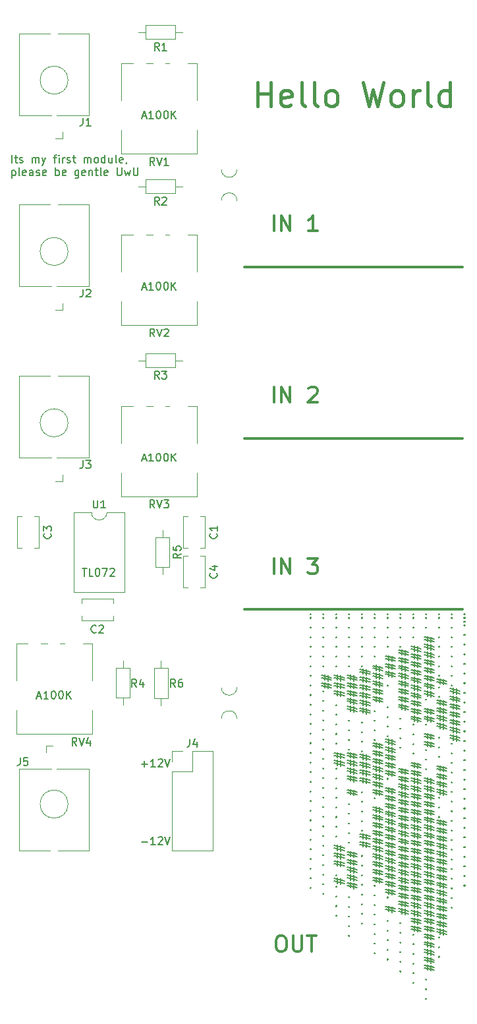
<source format=gbr>
G04 #@! TF.GenerationSoftware,KiCad,Pcbnew,(5.1.6-0-10_14)*
G04 #@! TF.CreationDate,2020-07-27T13:35:09+02:00*
G04 #@! TF.ProjectId,HelloWorld,48656c6c-6f57-46f7-926c-642e6b696361,rev?*
G04 #@! TF.SameCoordinates,Original*
G04 #@! TF.FileFunction,Legend,Top*
G04 #@! TF.FilePolarity,Positive*
%FSLAX46Y46*%
G04 Gerber Fmt 4.6, Leading zero omitted, Abs format (unit mm)*
G04 Created by KiCad (PCBNEW (5.1.6-0-10_14)) date 2020-07-27 13:35:09*
%MOMM*%
%LPD*%
G01*
G04 APERTURE LIST*
%ADD10C,0.150000*%
%ADD11C,0.300000*%
%ADD12C,0.350000*%
%ADD13C,0.400000*%
%ADD14C,0.100000*%
%ADD15C,0.120000*%
G04 APERTURE END LIST*
D10*
X129292857Y-96585595D02*
X129245238Y-96633214D01*
X129197619Y-96585595D01*
X129245238Y-96537976D01*
X129292857Y-96585595D01*
X129197619Y-96585595D01*
X129292857Y-97061785D02*
X129245238Y-97109404D01*
X129197619Y-97061785D01*
X129245238Y-97014166D01*
X129292857Y-97061785D01*
X129197619Y-97061785D01*
X129292857Y-97537976D02*
X129245238Y-97585595D01*
X129197619Y-97537976D01*
X129245238Y-97490357D01*
X129292857Y-97537976D01*
X129197619Y-97537976D01*
X129292857Y-98014166D02*
X129245238Y-98061785D01*
X129197619Y-98014166D01*
X129245238Y-97966547D01*
X129292857Y-98014166D01*
X129197619Y-98014166D01*
X129292857Y-99252261D02*
X129245238Y-99299880D01*
X129197619Y-99252261D01*
X129245238Y-99204642D01*
X129292857Y-99252261D01*
X129197619Y-99252261D01*
X129292857Y-100490357D02*
X129245238Y-100537976D01*
X129197619Y-100490357D01*
X129245238Y-100442738D01*
X129292857Y-100490357D01*
X129197619Y-100490357D01*
X129292857Y-101728452D02*
X129245238Y-101776071D01*
X129197619Y-101728452D01*
X129245238Y-101680833D01*
X129292857Y-101728452D01*
X129197619Y-101728452D01*
X129292857Y-102966547D02*
X129245238Y-103014166D01*
X129197619Y-102966547D01*
X129245238Y-102918928D01*
X129292857Y-102966547D01*
X129197619Y-102966547D01*
X129292857Y-104204642D02*
X129245238Y-104252261D01*
X129197619Y-104204642D01*
X129245238Y-104157023D01*
X129292857Y-104204642D01*
X129197619Y-104204642D01*
X129292857Y-105442738D02*
X129245238Y-105490357D01*
X129197619Y-105442738D01*
X129245238Y-105395119D01*
X129292857Y-105442738D01*
X129197619Y-105442738D01*
X129292857Y-106680833D02*
X129245238Y-106728452D01*
X129197619Y-106680833D01*
X129245238Y-106633214D01*
X129292857Y-106680833D01*
X129197619Y-106680833D01*
X129292857Y-107918928D02*
X129245238Y-107966547D01*
X129197619Y-107918928D01*
X129245238Y-107871309D01*
X129292857Y-107918928D01*
X129197619Y-107918928D01*
X129292857Y-109157023D02*
X129245238Y-109204642D01*
X129197619Y-109157023D01*
X129245238Y-109109404D01*
X129292857Y-109157023D01*
X129197619Y-109157023D01*
X129292857Y-110395119D02*
X129245238Y-110442738D01*
X129197619Y-110395119D01*
X129245238Y-110347500D01*
X129292857Y-110395119D01*
X129197619Y-110395119D01*
X129292857Y-111633214D02*
X129245238Y-111680833D01*
X129197619Y-111633214D01*
X129245238Y-111585595D01*
X129292857Y-111633214D01*
X129197619Y-111633214D01*
X129292857Y-112871309D02*
X129245238Y-112918928D01*
X129197619Y-112871309D01*
X129245238Y-112823690D01*
X129292857Y-112871309D01*
X129197619Y-112871309D01*
X129292857Y-114109404D02*
X129245238Y-114157023D01*
X129197619Y-114109404D01*
X129245238Y-114061785D01*
X129292857Y-114109404D01*
X129197619Y-114109404D01*
X129292857Y-115347500D02*
X129245238Y-115395119D01*
X129197619Y-115347500D01*
X129245238Y-115299880D01*
X129292857Y-115347500D01*
X129197619Y-115347500D01*
X129292857Y-116585595D02*
X129245238Y-116633214D01*
X129197619Y-116585595D01*
X129245238Y-116537976D01*
X129292857Y-116585595D01*
X129197619Y-116585595D01*
X129292857Y-117823690D02*
X129245238Y-117871309D01*
X129197619Y-117823690D01*
X129245238Y-117776071D01*
X129292857Y-117823690D01*
X129197619Y-117823690D01*
X129292857Y-119061785D02*
X129245238Y-119109404D01*
X129197619Y-119061785D01*
X129245238Y-119014166D01*
X129292857Y-119061785D01*
X129197619Y-119061785D01*
X129292857Y-120299880D02*
X129245238Y-120347500D01*
X129197619Y-120299880D01*
X129245238Y-120252261D01*
X129292857Y-120299880D01*
X129197619Y-120299880D01*
X129292857Y-121537976D02*
X129245238Y-121585595D01*
X129197619Y-121537976D01*
X129245238Y-121490357D01*
X129292857Y-121537976D01*
X129197619Y-121537976D01*
X129292857Y-122776071D02*
X129245238Y-122823690D01*
X129197619Y-122776071D01*
X129245238Y-122728452D01*
X129292857Y-122776071D01*
X129197619Y-122776071D01*
X129292857Y-124014166D02*
X129245238Y-124061785D01*
X129197619Y-124014166D01*
X129245238Y-123966547D01*
X129292857Y-124014166D01*
X129197619Y-124014166D01*
X129292857Y-125252261D02*
X129245238Y-125299880D01*
X129197619Y-125252261D01*
X129245238Y-125204642D01*
X129292857Y-125252261D01*
X129197619Y-125252261D01*
X129292857Y-126490357D02*
X129245238Y-126537976D01*
X129197619Y-126490357D01*
X129245238Y-126442738D01*
X129292857Y-126490357D01*
X129197619Y-126490357D01*
X129292857Y-127728452D02*
X129245238Y-127776071D01*
X129197619Y-127728452D01*
X129245238Y-127680833D01*
X129292857Y-127728452D01*
X129197619Y-127728452D01*
X129292857Y-128966547D02*
X129245238Y-129014166D01*
X129197619Y-128966547D01*
X129245238Y-128918928D01*
X129292857Y-128966547D01*
X129197619Y-128966547D01*
X129292857Y-130204642D02*
X129245238Y-130252261D01*
X129197619Y-130204642D01*
X129245238Y-130157023D01*
X129292857Y-130204642D01*
X129197619Y-130204642D01*
X129292857Y-131442738D02*
X129245238Y-131490357D01*
X129197619Y-131442738D01*
X129245238Y-131395119D01*
X129292857Y-131442738D01*
X129197619Y-131442738D01*
X127642857Y-96585595D02*
X127595238Y-96633214D01*
X127547619Y-96585595D01*
X127595238Y-96537976D01*
X127642857Y-96585595D01*
X127547619Y-96585595D01*
X127642857Y-97061785D02*
X127595238Y-97109404D01*
X127547619Y-97061785D01*
X127595238Y-97014166D01*
X127642857Y-97061785D01*
X127547619Y-97061785D01*
X127642857Y-98299880D02*
X127595238Y-98347500D01*
X127547619Y-98299880D01*
X127595238Y-98252261D01*
X127642857Y-98299880D01*
X127547619Y-98299880D01*
X127642857Y-99537976D02*
X127595238Y-99585595D01*
X127547619Y-99537976D01*
X127595238Y-99490357D01*
X127642857Y-99537976D01*
X127547619Y-99537976D01*
X127642857Y-100776071D02*
X127595238Y-100823690D01*
X127547619Y-100776071D01*
X127595238Y-100728452D01*
X127642857Y-100776071D01*
X127547619Y-100776071D01*
X127642857Y-102014166D02*
X127595238Y-102061785D01*
X127547619Y-102014166D01*
X127595238Y-101966547D01*
X127642857Y-102014166D01*
X127547619Y-102014166D01*
X127642857Y-103252261D02*
X127595238Y-103299880D01*
X127547619Y-103252261D01*
X127595238Y-103204642D01*
X127642857Y-103252261D01*
X127547619Y-103252261D01*
X127642857Y-104490357D02*
X127595238Y-104537976D01*
X127547619Y-104490357D01*
X127595238Y-104442738D01*
X127642857Y-104490357D01*
X127547619Y-104490357D01*
X127642857Y-105728452D02*
X127595238Y-105776071D01*
X127547619Y-105728452D01*
X127595238Y-105680833D01*
X127642857Y-105728452D01*
X127547619Y-105728452D01*
X128214285Y-106157023D02*
X128214285Y-106871309D01*
X128642857Y-106442738D02*
X127357142Y-106157023D01*
X127785714Y-106776071D02*
X127785714Y-106061785D01*
X127357142Y-106490357D02*
X128642857Y-106776071D01*
X128214285Y-107157023D02*
X128214285Y-107871309D01*
X128642857Y-107442738D02*
X127357142Y-107157023D01*
X127785714Y-107776071D02*
X127785714Y-107061785D01*
X127357142Y-107490357D02*
X128642857Y-107776071D01*
X128214285Y-108157023D02*
X128214285Y-108871309D01*
X128642857Y-108442738D02*
X127357142Y-108157023D01*
X127785714Y-108776071D02*
X127785714Y-108061785D01*
X127357142Y-108490357D02*
X128642857Y-108776071D01*
X128214285Y-109157023D02*
X128214285Y-109871309D01*
X128642857Y-109442738D02*
X127357142Y-109157023D01*
X127785714Y-109776071D02*
X127785714Y-109061785D01*
X127357142Y-109490357D02*
X128642857Y-109776071D01*
X128214285Y-110157023D02*
X128214285Y-110871309D01*
X128642857Y-110442738D02*
X127357142Y-110157023D01*
X127785714Y-110776071D02*
X127785714Y-110061785D01*
X127357142Y-110490357D02*
X128642857Y-110776071D01*
X128214285Y-111157023D02*
X128214285Y-111871309D01*
X128642857Y-111442738D02*
X127357142Y-111157023D01*
X127785714Y-111776071D02*
X127785714Y-111061785D01*
X127357142Y-111490357D02*
X128642857Y-111776071D01*
X128214285Y-112157023D02*
X128214285Y-112871309D01*
X128642857Y-112442738D02*
X127357142Y-112157023D01*
X127785714Y-112776071D02*
X127785714Y-112061785D01*
X127357142Y-112490357D02*
X128642857Y-112776071D01*
X127642857Y-113204642D02*
X127595238Y-113252261D01*
X127547619Y-113204642D01*
X127595238Y-113157023D01*
X127642857Y-113204642D01*
X127547619Y-113204642D01*
X127642857Y-114442738D02*
X127595238Y-114490357D01*
X127547619Y-114442738D01*
X127595238Y-114395119D01*
X127642857Y-114442738D01*
X127547619Y-114442738D01*
X127642857Y-115680833D02*
X127595238Y-115728452D01*
X127547619Y-115680833D01*
X127595238Y-115633214D01*
X127642857Y-115680833D01*
X127547619Y-115680833D01*
X127642857Y-116918928D02*
X127595238Y-116966547D01*
X127547619Y-116918928D01*
X127595238Y-116871309D01*
X127642857Y-116918928D01*
X127547619Y-116918928D01*
X127642857Y-118157023D02*
X127595238Y-118204642D01*
X127547619Y-118157023D01*
X127595238Y-118109404D01*
X127642857Y-118157023D01*
X127547619Y-118157023D01*
X127642857Y-119395119D02*
X127595238Y-119442738D01*
X127547619Y-119395119D01*
X127595238Y-119347500D01*
X127642857Y-119395119D01*
X127547619Y-119395119D01*
X127642857Y-120633214D02*
X127595238Y-120680833D01*
X127547619Y-120633214D01*
X127595238Y-120585595D01*
X127642857Y-120633214D01*
X127547619Y-120633214D01*
X127642857Y-121871309D02*
X127595238Y-121918928D01*
X127547619Y-121871309D01*
X127595238Y-121823690D01*
X127642857Y-121871309D01*
X127547619Y-121871309D01*
X127642857Y-123109404D02*
X127595238Y-123157023D01*
X127547619Y-123109404D01*
X127595238Y-123061785D01*
X127642857Y-123109404D01*
X127547619Y-123109404D01*
X127642857Y-124347500D02*
X127595238Y-124395119D01*
X127547619Y-124347500D01*
X127595238Y-124299880D01*
X127642857Y-124347500D01*
X127547619Y-124347500D01*
X127642857Y-125585595D02*
X127595238Y-125633214D01*
X127547619Y-125585595D01*
X127595238Y-125537976D01*
X127642857Y-125585595D01*
X127547619Y-125585595D01*
X127642857Y-126823690D02*
X127595238Y-126871309D01*
X127547619Y-126823690D01*
X127595238Y-126776071D01*
X127642857Y-126823690D01*
X127547619Y-126823690D01*
X127642857Y-128061785D02*
X127595238Y-128109404D01*
X127547619Y-128061785D01*
X127595238Y-128014166D01*
X127642857Y-128061785D01*
X127547619Y-128061785D01*
X127642857Y-129299880D02*
X127595238Y-129347500D01*
X127547619Y-129299880D01*
X127595238Y-129252261D01*
X127642857Y-129299880D01*
X127547619Y-129299880D01*
X127642857Y-130537976D02*
X127595238Y-130585595D01*
X127547619Y-130537976D01*
X127595238Y-130490357D01*
X127642857Y-130537976D01*
X127547619Y-130537976D01*
X127642857Y-131776071D02*
X127595238Y-131823690D01*
X127547619Y-131776071D01*
X127595238Y-131728452D01*
X127642857Y-131776071D01*
X127547619Y-131776071D01*
X127642857Y-133014166D02*
X127595238Y-133061785D01*
X127547619Y-133014166D01*
X127595238Y-132966547D01*
X127642857Y-133014166D01*
X127547619Y-133014166D01*
X127642857Y-134252261D02*
X127595238Y-134299880D01*
X127547619Y-134252261D01*
X127595238Y-134204642D01*
X127642857Y-134252261D01*
X127547619Y-134252261D01*
X125992857Y-96585595D02*
X125945238Y-96633214D01*
X125897619Y-96585595D01*
X125945238Y-96537976D01*
X125992857Y-96585595D01*
X125897619Y-96585595D01*
X125992857Y-97061785D02*
X125945238Y-97109404D01*
X125897619Y-97061785D01*
X125945238Y-97014166D01*
X125992857Y-97061785D01*
X125897619Y-97061785D01*
X125992857Y-98299880D02*
X125945238Y-98347500D01*
X125897619Y-98299880D01*
X125945238Y-98252261D01*
X125992857Y-98299880D01*
X125897619Y-98299880D01*
X125992857Y-99537976D02*
X125945238Y-99585595D01*
X125897619Y-99537976D01*
X125945238Y-99490357D01*
X125992857Y-99537976D01*
X125897619Y-99537976D01*
X125992857Y-100776071D02*
X125945238Y-100823690D01*
X125897619Y-100776071D01*
X125945238Y-100728452D01*
X125992857Y-100776071D01*
X125897619Y-100776071D01*
X125992857Y-102014166D02*
X125945238Y-102061785D01*
X125897619Y-102014166D01*
X125945238Y-101966547D01*
X125992857Y-102014166D01*
X125897619Y-102014166D01*
X125992857Y-103252261D02*
X125945238Y-103299880D01*
X125897619Y-103252261D01*
X125945238Y-103204642D01*
X125992857Y-103252261D01*
X125897619Y-103252261D01*
X125992857Y-104490357D02*
X125945238Y-104537976D01*
X125897619Y-104490357D01*
X125945238Y-104442738D01*
X125992857Y-104490357D01*
X125897619Y-104490357D01*
X126564285Y-104918928D02*
X126564285Y-105633214D01*
X126992857Y-105204642D02*
X125707142Y-104918928D01*
X126135714Y-105537976D02*
X126135714Y-104823690D01*
X125707142Y-105252261D02*
X126992857Y-105537976D01*
X125992857Y-105966547D02*
X125945238Y-106014166D01*
X125897619Y-105966547D01*
X125945238Y-105918928D01*
X125992857Y-105966547D01*
X125897619Y-105966547D01*
X125992857Y-107204642D02*
X125945238Y-107252261D01*
X125897619Y-107204642D01*
X125945238Y-107157023D01*
X125992857Y-107204642D01*
X125897619Y-107204642D01*
X126564285Y-107633214D02*
X126564285Y-108347500D01*
X126992857Y-107918928D02*
X125707142Y-107633214D01*
X126135714Y-108252261D02*
X126135714Y-107537976D01*
X125707142Y-107966547D02*
X126992857Y-108252261D01*
X126564285Y-108633214D02*
X126564285Y-109347500D01*
X126992857Y-108918928D02*
X125707142Y-108633214D01*
X126135714Y-109252261D02*
X126135714Y-108537976D01*
X125707142Y-108966547D02*
X126992857Y-109252261D01*
X126564285Y-109633214D02*
X126564285Y-110347500D01*
X126992857Y-109918928D02*
X125707142Y-109633214D01*
X126135714Y-110252261D02*
X126135714Y-109537976D01*
X125707142Y-109966547D02*
X126992857Y-110252261D01*
X126564285Y-110633214D02*
X126564285Y-111347500D01*
X126992857Y-110918928D02*
X125707142Y-110633214D01*
X126135714Y-111252261D02*
X126135714Y-110537976D01*
X125707142Y-110966547D02*
X126992857Y-111252261D01*
X125992857Y-112442738D02*
X125945238Y-112490357D01*
X125897619Y-112442738D01*
X125945238Y-112395119D01*
X125992857Y-112442738D01*
X125897619Y-112442738D01*
X125992857Y-113680833D02*
X125945238Y-113728452D01*
X125897619Y-113680833D01*
X125945238Y-113633214D01*
X125992857Y-113680833D01*
X125897619Y-113680833D01*
X125992857Y-114918928D02*
X125945238Y-114966547D01*
X125897619Y-114918928D01*
X125945238Y-114871309D01*
X125992857Y-114918928D01*
X125897619Y-114918928D01*
X126564285Y-116109404D02*
X126564285Y-116823690D01*
X126992857Y-116395119D02*
X125707142Y-116109404D01*
X126135714Y-116728452D02*
X126135714Y-116014166D01*
X125707142Y-116442738D02*
X126992857Y-116728452D01*
X126564285Y-117109404D02*
X126564285Y-117823690D01*
X126992857Y-117395119D02*
X125707142Y-117109404D01*
X126135714Y-117728452D02*
X126135714Y-117014166D01*
X125707142Y-117442738D02*
X126992857Y-117728452D01*
X126564285Y-118109404D02*
X126564285Y-118823690D01*
X126992857Y-118395119D02*
X125707142Y-118109404D01*
X126135714Y-118728452D02*
X126135714Y-118014166D01*
X125707142Y-118442738D02*
X126992857Y-118728452D01*
X126564285Y-119109404D02*
X126564285Y-119823690D01*
X126992857Y-119395119D02*
X125707142Y-119109404D01*
X126135714Y-119728452D02*
X126135714Y-119014166D01*
X125707142Y-119442738D02*
X126992857Y-119728452D01*
X125992857Y-120157023D02*
X125945238Y-120204642D01*
X125897619Y-120157023D01*
X125945238Y-120109404D01*
X125992857Y-120157023D01*
X125897619Y-120157023D01*
X125992857Y-121395119D02*
X125945238Y-121442738D01*
X125897619Y-121395119D01*
X125945238Y-121347500D01*
X125992857Y-121395119D01*
X125897619Y-121395119D01*
X125992857Y-122633214D02*
X125945238Y-122680833D01*
X125897619Y-122633214D01*
X125945238Y-122585595D01*
X125992857Y-122633214D01*
X125897619Y-122633214D01*
X126564285Y-123061785D02*
X126564285Y-123776071D01*
X126992857Y-123347500D02*
X125707142Y-123061785D01*
X126135714Y-123680833D02*
X126135714Y-122966547D01*
X125707142Y-123395119D02*
X126992857Y-123680833D01*
X126564285Y-124061785D02*
X126564285Y-124776071D01*
X126992857Y-124347500D02*
X125707142Y-124061785D01*
X126135714Y-124680833D02*
X126135714Y-123966547D01*
X125707142Y-124395119D02*
X126992857Y-124680833D01*
X126564285Y-125061785D02*
X126564285Y-125776071D01*
X126992857Y-125347500D02*
X125707142Y-125061785D01*
X126135714Y-125680833D02*
X126135714Y-124966547D01*
X125707142Y-125395119D02*
X126992857Y-125680833D01*
X126564285Y-126061785D02*
X126564285Y-126776071D01*
X126992857Y-126347500D02*
X125707142Y-126061785D01*
X126135714Y-126680833D02*
X126135714Y-125966547D01*
X125707142Y-126395119D02*
X126992857Y-126680833D01*
X126564285Y-127061785D02*
X126564285Y-127776071D01*
X126992857Y-127347500D02*
X125707142Y-127061785D01*
X126135714Y-127680833D02*
X126135714Y-126966547D01*
X125707142Y-127395119D02*
X126992857Y-127680833D01*
X126564285Y-128061785D02*
X126564285Y-128776071D01*
X126992857Y-128347500D02*
X125707142Y-128061785D01*
X126135714Y-128680833D02*
X126135714Y-127966547D01*
X125707142Y-128395119D02*
X126992857Y-128680833D01*
X126564285Y-129061785D02*
X126564285Y-129776071D01*
X126992857Y-129347500D02*
X125707142Y-129061785D01*
X126135714Y-129680833D02*
X126135714Y-128966547D01*
X125707142Y-129395119D02*
X126992857Y-129680833D01*
X126564285Y-130061785D02*
X126564285Y-130776071D01*
X126992857Y-130347500D02*
X125707142Y-130061785D01*
X126135714Y-130680833D02*
X126135714Y-129966547D01*
X125707142Y-130395119D02*
X126992857Y-130680833D01*
X126564285Y-131061785D02*
X126564285Y-131776071D01*
X126992857Y-131347500D02*
X125707142Y-131061785D01*
X126135714Y-131680833D02*
X126135714Y-130966547D01*
X125707142Y-131395119D02*
X126992857Y-131680833D01*
X126564285Y-132061785D02*
X126564285Y-132776071D01*
X126992857Y-132347500D02*
X125707142Y-132061785D01*
X126135714Y-132680833D02*
X126135714Y-131966547D01*
X125707142Y-132395119D02*
X126992857Y-132680833D01*
X126564285Y-133061785D02*
X126564285Y-133776071D01*
X126992857Y-133347500D02*
X125707142Y-133061785D01*
X126135714Y-133680833D02*
X126135714Y-132966547D01*
X125707142Y-133395119D02*
X126992857Y-133680833D01*
X126564285Y-134061785D02*
X126564285Y-134776071D01*
X126992857Y-134347500D02*
X125707142Y-134061785D01*
X126135714Y-134680833D02*
X126135714Y-133966547D01*
X125707142Y-134395119D02*
X126992857Y-134680833D01*
X126564285Y-135061785D02*
X126564285Y-135776071D01*
X126992857Y-135347500D02*
X125707142Y-135061785D01*
X126135714Y-135680833D02*
X126135714Y-134966547D01*
X125707142Y-135395119D02*
X126992857Y-135680833D01*
X126564285Y-136061785D02*
X126564285Y-136776071D01*
X126992857Y-136347500D02*
X125707142Y-136061785D01*
X126135714Y-136680833D02*
X126135714Y-135966547D01*
X125707142Y-136395119D02*
X126992857Y-136680833D01*
X126564285Y-137061785D02*
X126564285Y-137776071D01*
X126992857Y-137347500D02*
X125707142Y-137061785D01*
X126135714Y-137680833D02*
X126135714Y-136966547D01*
X125707142Y-137395119D02*
X126992857Y-137680833D01*
X125992857Y-138109404D02*
X125945238Y-138157023D01*
X125897619Y-138109404D01*
X125945238Y-138061785D01*
X125992857Y-138109404D01*
X125897619Y-138109404D01*
X125992857Y-139347500D02*
X125945238Y-139395119D01*
X125897619Y-139347500D01*
X125945238Y-139299880D01*
X125992857Y-139347500D01*
X125897619Y-139347500D01*
X125992857Y-140585595D02*
X125945238Y-140633214D01*
X125897619Y-140585595D01*
X125945238Y-140537976D01*
X125992857Y-140585595D01*
X125897619Y-140585595D01*
X124342857Y-96585595D02*
X124295238Y-96633214D01*
X124247619Y-96585595D01*
X124295238Y-96537976D01*
X124342857Y-96585595D01*
X124247619Y-96585595D01*
X124342857Y-97061785D02*
X124295238Y-97109404D01*
X124247619Y-97061785D01*
X124295238Y-97014166D01*
X124342857Y-97061785D01*
X124247619Y-97061785D01*
X124342857Y-98299880D02*
X124295238Y-98347500D01*
X124247619Y-98299880D01*
X124295238Y-98252261D01*
X124342857Y-98299880D01*
X124247619Y-98299880D01*
X124914285Y-99490357D02*
X124914285Y-100204642D01*
X125342857Y-99776071D02*
X124057142Y-99490357D01*
X124485714Y-100109404D02*
X124485714Y-99395119D01*
X124057142Y-99823690D02*
X125342857Y-100109404D01*
X124914285Y-100490357D02*
X124914285Y-101204642D01*
X125342857Y-100776071D02*
X124057142Y-100490357D01*
X124485714Y-101109404D02*
X124485714Y-100395119D01*
X124057142Y-100823690D02*
X125342857Y-101109404D01*
X124914285Y-101490357D02*
X124914285Y-102204642D01*
X125342857Y-101776071D02*
X124057142Y-101490357D01*
X124485714Y-102109404D02*
X124485714Y-101395119D01*
X124057142Y-101823690D02*
X125342857Y-102109404D01*
X124914285Y-102490357D02*
X124914285Y-103204642D01*
X125342857Y-102776071D02*
X124057142Y-102490357D01*
X124485714Y-103109404D02*
X124485714Y-102395119D01*
X124057142Y-102823690D02*
X125342857Y-103109404D01*
X124914285Y-103490357D02*
X124914285Y-104204642D01*
X125342857Y-103776071D02*
X124057142Y-103490357D01*
X124485714Y-104109404D02*
X124485714Y-103395119D01*
X124057142Y-103823690D02*
X125342857Y-104109404D01*
X124914285Y-104490357D02*
X124914285Y-105204642D01*
X125342857Y-104776071D02*
X124057142Y-104490357D01*
X124485714Y-105109404D02*
X124485714Y-104395119D01*
X124057142Y-104823690D02*
X125342857Y-105109404D01*
X124914285Y-105490357D02*
X124914285Y-106204642D01*
X125342857Y-105776071D02*
X124057142Y-105490357D01*
X124485714Y-106109404D02*
X124485714Y-105395119D01*
X124057142Y-105823690D02*
X125342857Y-106109404D01*
X124914285Y-106490357D02*
X124914285Y-107204642D01*
X125342857Y-106776071D02*
X124057142Y-106490357D01*
X124485714Y-107109404D02*
X124485714Y-106395119D01*
X124057142Y-106823690D02*
X125342857Y-107109404D01*
X124342857Y-107537976D02*
X124295238Y-107585595D01*
X124247619Y-107537976D01*
X124295238Y-107490357D01*
X124342857Y-107537976D01*
X124247619Y-107537976D01*
X124914285Y-108728452D02*
X124914285Y-109442738D01*
X125342857Y-109014166D02*
X124057142Y-108728452D01*
X124485714Y-109347500D02*
X124485714Y-108633214D01*
X124057142Y-109061785D02*
X125342857Y-109347500D01*
X124914285Y-109728452D02*
X124914285Y-110442738D01*
X125342857Y-110014166D02*
X124057142Y-109728452D01*
X124485714Y-110347500D02*
X124485714Y-109633214D01*
X124057142Y-110061785D02*
X125342857Y-110347500D01*
X124342857Y-110776071D02*
X124295238Y-110823690D01*
X124247619Y-110776071D01*
X124295238Y-110728452D01*
X124342857Y-110776071D01*
X124247619Y-110776071D01*
X124914285Y-111966547D02*
X124914285Y-112680833D01*
X125342857Y-112252261D02*
X124057142Y-111966547D01*
X124485714Y-112585595D02*
X124485714Y-111871309D01*
X124057142Y-112299880D02*
X125342857Y-112585595D01*
X124914285Y-112966547D02*
X124914285Y-113680833D01*
X125342857Y-113252261D02*
X124057142Y-112966547D01*
X124485714Y-113585595D02*
X124485714Y-112871309D01*
X124057142Y-113299880D02*
X125342857Y-113585595D01*
X124342857Y-114014166D02*
X124295238Y-114061785D01*
X124247619Y-114014166D01*
X124295238Y-113966547D01*
X124342857Y-114014166D01*
X124247619Y-114014166D01*
X124342857Y-115252261D02*
X124295238Y-115299880D01*
X124247619Y-115252261D01*
X124295238Y-115204642D01*
X124342857Y-115252261D01*
X124247619Y-115252261D01*
X124342857Y-116490357D02*
X124295238Y-116537976D01*
X124247619Y-116490357D01*
X124295238Y-116442738D01*
X124342857Y-116490357D01*
X124247619Y-116490357D01*
X124914285Y-117680833D02*
X124914285Y-118395119D01*
X125342857Y-117966547D02*
X124057142Y-117680833D01*
X124485714Y-118299880D02*
X124485714Y-117585595D01*
X124057142Y-118014166D02*
X125342857Y-118299880D01*
X124914285Y-118680833D02*
X124914285Y-119395119D01*
X125342857Y-118966547D02*
X124057142Y-118680833D01*
X124485714Y-119299880D02*
X124485714Y-118585595D01*
X124057142Y-119014166D02*
X125342857Y-119299880D01*
X124914285Y-119680833D02*
X124914285Y-120395119D01*
X125342857Y-119966547D02*
X124057142Y-119680833D01*
X124485714Y-120299880D02*
X124485714Y-119585595D01*
X124057142Y-120014166D02*
X125342857Y-120299880D01*
X124914285Y-120680833D02*
X124914285Y-121395119D01*
X125342857Y-120966547D02*
X124057142Y-120680833D01*
X124485714Y-121299880D02*
X124485714Y-120585595D01*
X124057142Y-121014166D02*
X125342857Y-121299880D01*
X124914285Y-121680833D02*
X124914285Y-122395119D01*
X125342857Y-121966547D02*
X124057142Y-121680833D01*
X124485714Y-122299880D02*
X124485714Y-121585595D01*
X124057142Y-122014166D02*
X125342857Y-122299880D01*
X124914285Y-122680833D02*
X124914285Y-123395119D01*
X125342857Y-122966547D02*
X124057142Y-122680833D01*
X124485714Y-123299880D02*
X124485714Y-122585595D01*
X124057142Y-123014166D02*
X125342857Y-123299880D01*
X124914285Y-123680833D02*
X124914285Y-124395119D01*
X125342857Y-123966547D02*
X124057142Y-123680833D01*
X124485714Y-124299880D02*
X124485714Y-123585595D01*
X124057142Y-124014166D02*
X125342857Y-124299880D01*
X124914285Y-124680833D02*
X124914285Y-125395119D01*
X125342857Y-124966547D02*
X124057142Y-124680833D01*
X124485714Y-125299880D02*
X124485714Y-124585595D01*
X124057142Y-125014166D02*
X125342857Y-125299880D01*
X124914285Y-125680833D02*
X124914285Y-126395119D01*
X125342857Y-125966547D02*
X124057142Y-125680833D01*
X124485714Y-126299880D02*
X124485714Y-125585595D01*
X124057142Y-126014166D02*
X125342857Y-126299880D01*
X124914285Y-126680833D02*
X124914285Y-127395119D01*
X125342857Y-126966547D02*
X124057142Y-126680833D01*
X124485714Y-127299880D02*
X124485714Y-126585595D01*
X124057142Y-127014166D02*
X125342857Y-127299880D01*
X124914285Y-127680833D02*
X124914285Y-128395119D01*
X125342857Y-127966547D02*
X124057142Y-127680833D01*
X124485714Y-128299880D02*
X124485714Y-127585595D01*
X124057142Y-128014166D02*
X125342857Y-128299880D01*
X124914285Y-128680833D02*
X124914285Y-129395119D01*
X125342857Y-128966547D02*
X124057142Y-128680833D01*
X124485714Y-129299880D02*
X124485714Y-128585595D01*
X124057142Y-129014166D02*
X125342857Y-129299880D01*
X124914285Y-129680833D02*
X124914285Y-130395119D01*
X125342857Y-129966547D02*
X124057142Y-129680833D01*
X124485714Y-130299880D02*
X124485714Y-129585595D01*
X124057142Y-130014166D02*
X125342857Y-130299880D01*
X124914285Y-130680833D02*
X124914285Y-131395119D01*
X125342857Y-130966547D02*
X124057142Y-130680833D01*
X124485714Y-131299880D02*
X124485714Y-130585595D01*
X124057142Y-131014166D02*
X125342857Y-131299880D01*
X124914285Y-131680833D02*
X124914285Y-132395119D01*
X125342857Y-131966547D02*
X124057142Y-131680833D01*
X124485714Y-132299880D02*
X124485714Y-131585595D01*
X124057142Y-132014166D02*
X125342857Y-132299880D01*
X124914285Y-132680833D02*
X124914285Y-133395119D01*
X125342857Y-132966547D02*
X124057142Y-132680833D01*
X124485714Y-133299880D02*
X124485714Y-132585595D01*
X124057142Y-133014166D02*
X125342857Y-133299880D01*
X124914285Y-133680833D02*
X124914285Y-134395119D01*
X125342857Y-133966547D02*
X124057142Y-133680833D01*
X124485714Y-134299880D02*
X124485714Y-133585595D01*
X124057142Y-134014166D02*
X125342857Y-134299880D01*
X124914285Y-134680833D02*
X124914285Y-135395119D01*
X125342857Y-134966547D02*
X124057142Y-134680833D01*
X124485714Y-135299880D02*
X124485714Y-134585595D01*
X124057142Y-135014166D02*
X125342857Y-135299880D01*
X124914285Y-135680833D02*
X124914285Y-136395119D01*
X125342857Y-135966547D02*
X124057142Y-135680833D01*
X124485714Y-136299880D02*
X124485714Y-135585595D01*
X124057142Y-136014166D02*
X125342857Y-136299880D01*
X124914285Y-136680833D02*
X124914285Y-137395119D01*
X125342857Y-136966547D02*
X124057142Y-136680833D01*
X124485714Y-137299880D02*
X124485714Y-136585595D01*
X124057142Y-137014166D02*
X125342857Y-137299880D01*
X124914285Y-137680833D02*
X124914285Y-138395119D01*
X125342857Y-137966547D02*
X124057142Y-137680833D01*
X124485714Y-138299880D02*
X124485714Y-137585595D01*
X124057142Y-138014166D02*
X125342857Y-138299880D01*
X124914285Y-138680833D02*
X124914285Y-139395119D01*
X125342857Y-138966547D02*
X124057142Y-138680833D01*
X124485714Y-139299880D02*
X124485714Y-138585595D01*
X124057142Y-139014166D02*
X125342857Y-139299880D01*
X124914285Y-139680833D02*
X124914285Y-140395119D01*
X125342857Y-139966547D02*
X124057142Y-139680833D01*
X124485714Y-140299880D02*
X124485714Y-139585595D01*
X124057142Y-140014166D02*
X125342857Y-140299880D01*
X124914285Y-140680833D02*
X124914285Y-141395119D01*
X125342857Y-140966547D02*
X124057142Y-140680833D01*
X124485714Y-141299880D02*
X124485714Y-140585595D01*
X124057142Y-141014166D02*
X125342857Y-141299880D01*
X124914285Y-141680833D02*
X124914285Y-142395119D01*
X125342857Y-141966547D02*
X124057142Y-141680833D01*
X124485714Y-142299880D02*
X124485714Y-141585595D01*
X124057142Y-142014166D02*
X125342857Y-142299880D01*
X124342857Y-143490357D02*
X124295238Y-143537976D01*
X124247619Y-143490357D01*
X124295238Y-143442738D01*
X124342857Y-143490357D01*
X124247619Y-143490357D01*
X124342857Y-144728452D02*
X124295238Y-144776071D01*
X124247619Y-144728452D01*
X124295238Y-144680833D01*
X124342857Y-144728452D01*
X124247619Y-144728452D01*
X124342857Y-145966547D02*
X124295238Y-146014166D01*
X124247619Y-145966547D01*
X124295238Y-145918928D01*
X124342857Y-145966547D01*
X124247619Y-145966547D01*
X122692857Y-96585595D02*
X122645238Y-96633214D01*
X122597619Y-96585595D01*
X122645238Y-96537976D01*
X122692857Y-96585595D01*
X122597619Y-96585595D01*
X122692857Y-97061785D02*
X122645238Y-97109404D01*
X122597619Y-97061785D01*
X122645238Y-97014166D01*
X122692857Y-97061785D01*
X122597619Y-97061785D01*
X122692857Y-98299880D02*
X122645238Y-98347500D01*
X122597619Y-98299880D01*
X122645238Y-98252261D01*
X122692857Y-98299880D01*
X122597619Y-98299880D01*
X122692857Y-99537976D02*
X122645238Y-99585595D01*
X122597619Y-99537976D01*
X122645238Y-99490357D01*
X122692857Y-99537976D01*
X122597619Y-99537976D01*
X123264285Y-100728452D02*
X123264285Y-101442738D01*
X123692857Y-101014166D02*
X122407142Y-100728452D01*
X122835714Y-101347500D02*
X122835714Y-100633214D01*
X122407142Y-101061785D02*
X123692857Y-101347500D01*
X123264285Y-101728452D02*
X123264285Y-102442738D01*
X123692857Y-102014166D02*
X122407142Y-101728452D01*
X122835714Y-102347500D02*
X122835714Y-101633214D01*
X122407142Y-102061785D02*
X123692857Y-102347500D01*
X123264285Y-102728452D02*
X123264285Y-103442738D01*
X123692857Y-103014166D02*
X122407142Y-102728452D01*
X122835714Y-103347500D02*
X122835714Y-102633214D01*
X122407142Y-103061785D02*
X123692857Y-103347500D01*
X123264285Y-103728452D02*
X123264285Y-104442738D01*
X123692857Y-104014166D02*
X122407142Y-103728452D01*
X122835714Y-104347500D02*
X122835714Y-103633214D01*
X122407142Y-104061785D02*
X123692857Y-104347500D01*
X123264285Y-104728452D02*
X123264285Y-105442738D01*
X123692857Y-105014166D02*
X122407142Y-104728452D01*
X122835714Y-105347500D02*
X122835714Y-104633214D01*
X122407142Y-105061785D02*
X123692857Y-105347500D01*
X123264285Y-105728452D02*
X123264285Y-106442738D01*
X123692857Y-106014166D02*
X122407142Y-105728452D01*
X122835714Y-106347500D02*
X122835714Y-105633214D01*
X122407142Y-106061785D02*
X123692857Y-106347500D01*
X123264285Y-106728452D02*
X123264285Y-107442738D01*
X123692857Y-107014166D02*
X122407142Y-106728452D01*
X122835714Y-107347500D02*
X122835714Y-106633214D01*
X122407142Y-107061785D02*
X123692857Y-107347500D01*
X123264285Y-107728452D02*
X123264285Y-108442738D01*
X123692857Y-108014166D02*
X122407142Y-107728452D01*
X122835714Y-108347500D02*
X122835714Y-107633214D01*
X122407142Y-108061785D02*
X123692857Y-108347500D01*
X123264285Y-108728452D02*
X123264285Y-109442738D01*
X123692857Y-109014166D02*
X122407142Y-108728452D01*
X122835714Y-109347500D02*
X122835714Y-108633214D01*
X122407142Y-109061785D02*
X123692857Y-109347500D01*
X123264285Y-109728452D02*
X123264285Y-110442738D01*
X123692857Y-110014166D02*
X122407142Y-109728452D01*
X122835714Y-110347500D02*
X122835714Y-109633214D01*
X122407142Y-110061785D02*
X123692857Y-110347500D01*
X122692857Y-110776071D02*
X122645238Y-110823690D01*
X122597619Y-110776071D01*
X122645238Y-110728452D01*
X122692857Y-110776071D01*
X122597619Y-110776071D01*
X122692857Y-112014166D02*
X122645238Y-112061785D01*
X122597619Y-112014166D01*
X122645238Y-111966547D01*
X122692857Y-112014166D01*
X122597619Y-112014166D01*
X122692857Y-113252261D02*
X122645238Y-113299880D01*
X122597619Y-113252261D01*
X122645238Y-113204642D01*
X122692857Y-113252261D01*
X122597619Y-113252261D01*
X122692857Y-114490357D02*
X122645238Y-114537976D01*
X122597619Y-114490357D01*
X122645238Y-114442738D01*
X122692857Y-114490357D01*
X122597619Y-114490357D01*
X123264285Y-115680833D02*
X123264285Y-116395119D01*
X123692857Y-115966547D02*
X122407142Y-115680833D01*
X122835714Y-116299880D02*
X122835714Y-115585595D01*
X122407142Y-116014166D02*
X123692857Y-116299880D01*
X123264285Y-116680833D02*
X123264285Y-117395119D01*
X123692857Y-116966547D02*
X122407142Y-116680833D01*
X122835714Y-117299880D02*
X122835714Y-116585595D01*
X122407142Y-117014166D02*
X123692857Y-117299880D01*
X123264285Y-117680833D02*
X123264285Y-118395119D01*
X123692857Y-117966547D02*
X122407142Y-117680833D01*
X122835714Y-118299880D02*
X122835714Y-117585595D01*
X122407142Y-118014166D02*
X123692857Y-118299880D01*
X123264285Y-118680833D02*
X123264285Y-119395119D01*
X123692857Y-118966547D02*
X122407142Y-118680833D01*
X122835714Y-119299880D02*
X122835714Y-118585595D01*
X122407142Y-119014166D02*
X123692857Y-119299880D01*
X123264285Y-119680833D02*
X123264285Y-120395119D01*
X123692857Y-119966547D02*
X122407142Y-119680833D01*
X122835714Y-120299880D02*
X122835714Y-119585595D01*
X122407142Y-120014166D02*
X123692857Y-120299880D01*
X123264285Y-120680833D02*
X123264285Y-121395119D01*
X123692857Y-120966547D02*
X122407142Y-120680833D01*
X122835714Y-121299880D02*
X122835714Y-120585595D01*
X122407142Y-121014166D02*
X123692857Y-121299880D01*
X123264285Y-121680833D02*
X123264285Y-122395119D01*
X123692857Y-121966547D02*
X122407142Y-121680833D01*
X122835714Y-122299880D02*
X122835714Y-121585595D01*
X122407142Y-122014166D02*
X123692857Y-122299880D01*
X123264285Y-122680833D02*
X123264285Y-123395119D01*
X123692857Y-122966547D02*
X122407142Y-122680833D01*
X122835714Y-123299880D02*
X122835714Y-122585595D01*
X122407142Y-123014166D02*
X123692857Y-123299880D01*
X123264285Y-123680833D02*
X123264285Y-124395119D01*
X123692857Y-123966547D02*
X122407142Y-123680833D01*
X122835714Y-124299880D02*
X122835714Y-123585595D01*
X122407142Y-124014166D02*
X123692857Y-124299880D01*
X123264285Y-124680833D02*
X123264285Y-125395119D01*
X123692857Y-124966547D02*
X122407142Y-124680833D01*
X122835714Y-125299880D02*
X122835714Y-124585595D01*
X122407142Y-125014166D02*
X123692857Y-125299880D01*
X123264285Y-125680833D02*
X123264285Y-126395119D01*
X123692857Y-125966547D02*
X122407142Y-125680833D01*
X122835714Y-126299880D02*
X122835714Y-125585595D01*
X122407142Y-126014166D02*
X123692857Y-126299880D01*
X123264285Y-126680833D02*
X123264285Y-127395119D01*
X123692857Y-126966547D02*
X122407142Y-126680833D01*
X122835714Y-127299880D02*
X122835714Y-126585595D01*
X122407142Y-127014166D02*
X123692857Y-127299880D01*
X123264285Y-127680833D02*
X123264285Y-128395119D01*
X123692857Y-127966547D02*
X122407142Y-127680833D01*
X122835714Y-128299880D02*
X122835714Y-127585595D01*
X122407142Y-128014166D02*
X123692857Y-128299880D01*
X123264285Y-128680833D02*
X123264285Y-129395119D01*
X123692857Y-128966547D02*
X122407142Y-128680833D01*
X122835714Y-129299880D02*
X122835714Y-128585595D01*
X122407142Y-129014166D02*
X123692857Y-129299880D01*
X123264285Y-129680833D02*
X123264285Y-130395119D01*
X123692857Y-129966547D02*
X122407142Y-129680833D01*
X122835714Y-130299880D02*
X122835714Y-129585595D01*
X122407142Y-130014166D02*
X123692857Y-130299880D01*
X123264285Y-130680833D02*
X123264285Y-131395119D01*
X123692857Y-130966547D02*
X122407142Y-130680833D01*
X122835714Y-131299880D02*
X122835714Y-130585595D01*
X122407142Y-131014166D02*
X123692857Y-131299880D01*
X123264285Y-131680833D02*
X123264285Y-132395119D01*
X123692857Y-131966547D02*
X122407142Y-131680833D01*
X122835714Y-132299880D02*
X122835714Y-131585595D01*
X122407142Y-132014166D02*
X123692857Y-132299880D01*
X123264285Y-132680833D02*
X123264285Y-133395119D01*
X123692857Y-132966547D02*
X122407142Y-132680833D01*
X122835714Y-133299880D02*
X122835714Y-132585595D01*
X122407142Y-133014166D02*
X123692857Y-133299880D01*
X123264285Y-133680833D02*
X123264285Y-134395119D01*
X123692857Y-133966547D02*
X122407142Y-133680833D01*
X122835714Y-134299880D02*
X122835714Y-133585595D01*
X122407142Y-134014166D02*
X123692857Y-134299880D01*
X123264285Y-134680833D02*
X123264285Y-135395119D01*
X123692857Y-134966547D02*
X122407142Y-134680833D01*
X122835714Y-135299880D02*
X122835714Y-134585595D01*
X122407142Y-135014166D02*
X123692857Y-135299880D01*
X123264285Y-135680833D02*
X123264285Y-136395119D01*
X123692857Y-135966547D02*
X122407142Y-135680833D01*
X122835714Y-136299880D02*
X122835714Y-135585595D01*
X122407142Y-136014166D02*
X123692857Y-136299880D01*
X123264285Y-136680833D02*
X123264285Y-137395119D01*
X123692857Y-136966547D02*
X122407142Y-136680833D01*
X122835714Y-137299880D02*
X122835714Y-136585595D01*
X122407142Y-137014166D02*
X123692857Y-137299880D01*
X122692857Y-137728452D02*
X122645238Y-137776071D01*
X122597619Y-137728452D01*
X122645238Y-137680833D01*
X122692857Y-137728452D01*
X122597619Y-137728452D01*
X122692857Y-138966547D02*
X122645238Y-139014166D01*
X122597619Y-138966547D01*
X122645238Y-138918928D01*
X122692857Y-138966547D01*
X122597619Y-138966547D01*
X122692857Y-140204642D02*
X122645238Y-140252261D01*
X122597619Y-140204642D01*
X122645238Y-140157023D01*
X122692857Y-140204642D01*
X122597619Y-140204642D01*
X122692857Y-141442738D02*
X122645238Y-141490357D01*
X122597619Y-141442738D01*
X122645238Y-141395119D01*
X122692857Y-141442738D01*
X122597619Y-141442738D01*
X122692857Y-142680833D02*
X122645238Y-142728452D01*
X122597619Y-142680833D01*
X122645238Y-142633214D01*
X122692857Y-142680833D01*
X122597619Y-142680833D01*
X122692857Y-143918928D02*
X122645238Y-143966547D01*
X122597619Y-143918928D01*
X122645238Y-143871309D01*
X122692857Y-143918928D01*
X122597619Y-143918928D01*
X121042857Y-96585595D02*
X120995238Y-96633214D01*
X120947619Y-96585595D01*
X120995238Y-96537976D01*
X121042857Y-96585595D01*
X120947619Y-96585595D01*
X121042857Y-97061785D02*
X120995238Y-97109404D01*
X120947619Y-97061785D01*
X120995238Y-97014166D01*
X121042857Y-97061785D01*
X120947619Y-97061785D01*
X121042857Y-98299880D02*
X120995238Y-98347500D01*
X120947619Y-98299880D01*
X120995238Y-98252261D01*
X121042857Y-98299880D01*
X120947619Y-98299880D01*
X121042857Y-99537976D02*
X120995238Y-99585595D01*
X120947619Y-99537976D01*
X120995238Y-99490357D01*
X121042857Y-99537976D01*
X120947619Y-99537976D01*
X121042857Y-100776071D02*
X120995238Y-100823690D01*
X120947619Y-100776071D01*
X120995238Y-100728452D01*
X121042857Y-100776071D01*
X120947619Y-100776071D01*
X121614285Y-101204642D02*
X121614285Y-101918928D01*
X122042857Y-101490357D02*
X120757142Y-101204642D01*
X121185714Y-101823690D02*
X121185714Y-101109404D01*
X120757142Y-101537976D02*
X122042857Y-101823690D01*
X121614285Y-102204642D02*
X121614285Y-102918928D01*
X122042857Y-102490357D02*
X120757142Y-102204642D01*
X121185714Y-102823690D02*
X121185714Y-102109404D01*
X120757142Y-102537976D02*
X122042857Y-102823690D01*
X121614285Y-103204642D02*
X121614285Y-103918928D01*
X122042857Y-103490357D02*
X120757142Y-103204642D01*
X121185714Y-103823690D02*
X121185714Y-103109404D01*
X120757142Y-103537976D02*
X122042857Y-103823690D01*
X121614285Y-104204642D02*
X121614285Y-104918928D01*
X122042857Y-104490357D02*
X120757142Y-104204642D01*
X121185714Y-104823690D02*
X121185714Y-104109404D01*
X120757142Y-104537976D02*
X122042857Y-104823690D01*
X121614285Y-105204642D02*
X121614285Y-105918928D01*
X122042857Y-105490357D02*
X120757142Y-105204642D01*
X121185714Y-105823690D02*
X121185714Y-105109404D01*
X120757142Y-105537976D02*
X122042857Y-105823690D01*
X121614285Y-106204642D02*
X121614285Y-106918928D01*
X122042857Y-106490357D02*
X120757142Y-106204642D01*
X121185714Y-106823690D02*
X121185714Y-106109404D01*
X120757142Y-106537976D02*
X122042857Y-106823690D01*
X121614285Y-107204642D02*
X121614285Y-107918928D01*
X122042857Y-107490357D02*
X120757142Y-107204642D01*
X121185714Y-107823690D02*
X121185714Y-107109404D01*
X120757142Y-107537976D02*
X122042857Y-107823690D01*
X121614285Y-108204642D02*
X121614285Y-108918928D01*
X122042857Y-108490357D02*
X120757142Y-108204642D01*
X121185714Y-108823690D02*
X121185714Y-108109404D01*
X120757142Y-108537976D02*
X122042857Y-108823690D01*
X121042857Y-110014166D02*
X120995238Y-110061785D01*
X120947619Y-110014166D01*
X120995238Y-109966547D01*
X121042857Y-110014166D01*
X120947619Y-110014166D01*
X121042857Y-111252261D02*
X120995238Y-111299880D01*
X120947619Y-111252261D01*
X120995238Y-111204642D01*
X121042857Y-111252261D01*
X120947619Y-111252261D01*
X121042857Y-112490357D02*
X120995238Y-112537976D01*
X120947619Y-112490357D01*
X120995238Y-112442738D01*
X121042857Y-112490357D01*
X120947619Y-112490357D01*
X121042857Y-113728452D02*
X120995238Y-113776071D01*
X120947619Y-113728452D01*
X120995238Y-113680833D01*
X121042857Y-113728452D01*
X120947619Y-113728452D01*
X121614285Y-116442738D02*
X121614285Y-117157023D01*
X122042857Y-116728452D02*
X120757142Y-116442738D01*
X121185714Y-117061785D02*
X121185714Y-116347500D01*
X120757142Y-116776071D02*
X122042857Y-117061785D01*
X121614285Y-117442738D02*
X121614285Y-118157023D01*
X122042857Y-117728452D02*
X120757142Y-117442738D01*
X121185714Y-118061785D02*
X121185714Y-117347500D01*
X120757142Y-117776071D02*
X122042857Y-118061785D01*
X121614285Y-118442738D02*
X121614285Y-119157023D01*
X122042857Y-118728452D02*
X120757142Y-118442738D01*
X121185714Y-119061785D02*
X121185714Y-118347500D01*
X120757142Y-118776071D02*
X122042857Y-119061785D01*
X121614285Y-119442738D02*
X121614285Y-120157023D01*
X122042857Y-119728452D02*
X120757142Y-119442738D01*
X121185714Y-120061785D02*
X121185714Y-119347500D01*
X120757142Y-119776071D02*
X122042857Y-120061785D01*
X121614285Y-120442738D02*
X121614285Y-121157023D01*
X122042857Y-120728452D02*
X120757142Y-120442738D01*
X121185714Y-121061785D02*
X121185714Y-120347500D01*
X120757142Y-120776071D02*
X122042857Y-121061785D01*
X121614285Y-121442738D02*
X121614285Y-122157023D01*
X122042857Y-121728452D02*
X120757142Y-121442738D01*
X121185714Y-122061785D02*
X121185714Y-121347500D01*
X120757142Y-121776071D02*
X122042857Y-122061785D01*
X121614285Y-122442738D02*
X121614285Y-123157023D01*
X122042857Y-122728452D02*
X120757142Y-122442738D01*
X121185714Y-123061785D02*
X121185714Y-122347500D01*
X120757142Y-122776071D02*
X122042857Y-123061785D01*
X121614285Y-123442738D02*
X121614285Y-124157023D01*
X122042857Y-123728452D02*
X120757142Y-123442738D01*
X121185714Y-124061785D02*
X121185714Y-123347500D01*
X120757142Y-123776071D02*
X122042857Y-124061785D01*
X121614285Y-124442738D02*
X121614285Y-125157023D01*
X122042857Y-124728452D02*
X120757142Y-124442738D01*
X121185714Y-125061785D02*
X121185714Y-124347500D01*
X120757142Y-124776071D02*
X122042857Y-125061785D01*
X121614285Y-125442738D02*
X121614285Y-126157023D01*
X122042857Y-125728452D02*
X120757142Y-125442738D01*
X121185714Y-126061785D02*
X121185714Y-125347500D01*
X120757142Y-125776071D02*
X122042857Y-126061785D01*
X121614285Y-126442738D02*
X121614285Y-127157023D01*
X122042857Y-126728452D02*
X120757142Y-126442738D01*
X121185714Y-127061785D02*
X121185714Y-126347500D01*
X120757142Y-126776071D02*
X122042857Y-127061785D01*
X121614285Y-127442738D02*
X121614285Y-128157023D01*
X122042857Y-127728452D02*
X120757142Y-127442738D01*
X121185714Y-128061785D02*
X121185714Y-127347500D01*
X120757142Y-127776071D02*
X122042857Y-128061785D01*
X121614285Y-128442738D02*
X121614285Y-129157023D01*
X122042857Y-128728452D02*
X120757142Y-128442738D01*
X121185714Y-129061785D02*
X121185714Y-128347500D01*
X120757142Y-128776071D02*
X122042857Y-129061785D01*
X121614285Y-129442738D02*
X121614285Y-130157023D01*
X122042857Y-129728452D02*
X120757142Y-129442738D01*
X121185714Y-130061785D02*
X121185714Y-129347500D01*
X120757142Y-129776071D02*
X122042857Y-130061785D01*
X121614285Y-130442738D02*
X121614285Y-131157023D01*
X122042857Y-130728452D02*
X120757142Y-130442738D01*
X121185714Y-131061785D02*
X121185714Y-130347500D01*
X120757142Y-130776071D02*
X122042857Y-131061785D01*
X121614285Y-131442738D02*
X121614285Y-132157023D01*
X122042857Y-131728452D02*
X120757142Y-131442738D01*
X121185714Y-132061785D02*
X121185714Y-131347500D01*
X120757142Y-131776071D02*
X122042857Y-132061785D01*
X121614285Y-132442738D02*
X121614285Y-133157023D01*
X122042857Y-132728452D02*
X120757142Y-132442738D01*
X121185714Y-133061785D02*
X121185714Y-132347500D01*
X120757142Y-132776071D02*
X122042857Y-133061785D01*
X121614285Y-133442738D02*
X121614285Y-134157023D01*
X122042857Y-133728452D02*
X120757142Y-133442738D01*
X121185714Y-134061785D02*
X121185714Y-133347500D01*
X120757142Y-133776071D02*
X122042857Y-134061785D01*
X121614285Y-134442738D02*
X121614285Y-135157023D01*
X122042857Y-134728452D02*
X120757142Y-134442738D01*
X121185714Y-135061785D02*
X121185714Y-134347500D01*
X120757142Y-134776071D02*
X122042857Y-135061785D01*
X121042857Y-136252261D02*
X120995238Y-136299880D01*
X120947619Y-136252261D01*
X120995238Y-136204642D01*
X121042857Y-136252261D01*
X120947619Y-136252261D01*
X121042857Y-137490357D02*
X120995238Y-137537976D01*
X120947619Y-137490357D01*
X120995238Y-137442738D01*
X121042857Y-137490357D01*
X120947619Y-137490357D01*
X121042857Y-138728452D02*
X120995238Y-138776071D01*
X120947619Y-138728452D01*
X120995238Y-138680833D01*
X121042857Y-138728452D01*
X120947619Y-138728452D01*
X121042857Y-139966547D02*
X120995238Y-140014166D01*
X120947619Y-139966547D01*
X120995238Y-139918928D01*
X121042857Y-139966547D01*
X120947619Y-139966547D01*
X121042857Y-141204642D02*
X120995238Y-141252261D01*
X120947619Y-141204642D01*
X120995238Y-141157023D01*
X121042857Y-141204642D01*
X120947619Y-141204642D01*
X121042857Y-142442738D02*
X120995238Y-142490357D01*
X120947619Y-142442738D01*
X120995238Y-142395119D01*
X121042857Y-142442738D01*
X120947619Y-142442738D01*
X119392857Y-96585595D02*
X119345238Y-96633214D01*
X119297619Y-96585595D01*
X119345238Y-96537976D01*
X119392857Y-96585595D01*
X119297619Y-96585595D01*
X119392857Y-97061785D02*
X119345238Y-97109404D01*
X119297619Y-97061785D01*
X119345238Y-97014166D01*
X119392857Y-97061785D01*
X119297619Y-97061785D01*
X119392857Y-98299880D02*
X119345238Y-98347500D01*
X119297619Y-98299880D01*
X119345238Y-98252261D01*
X119392857Y-98299880D01*
X119297619Y-98299880D01*
X119392857Y-99537976D02*
X119345238Y-99585595D01*
X119297619Y-99537976D01*
X119345238Y-99490357D01*
X119392857Y-99537976D01*
X119297619Y-99537976D01*
X119392857Y-100776071D02*
X119345238Y-100823690D01*
X119297619Y-100776071D01*
X119345238Y-100728452D01*
X119392857Y-100776071D01*
X119297619Y-100776071D01*
X119964285Y-101966547D02*
X119964285Y-102680833D01*
X120392857Y-102252261D02*
X119107142Y-101966547D01*
X119535714Y-102585595D02*
X119535714Y-101871309D01*
X119107142Y-102299880D02*
X120392857Y-102585595D01*
X119964285Y-102966547D02*
X119964285Y-103680833D01*
X120392857Y-103252261D02*
X119107142Y-102966547D01*
X119535714Y-103585595D02*
X119535714Y-102871309D01*
X119107142Y-103299880D02*
X120392857Y-103585595D01*
X119964285Y-103966547D02*
X119964285Y-104680833D01*
X120392857Y-104252261D02*
X119107142Y-103966547D01*
X119535714Y-104585595D02*
X119535714Y-103871309D01*
X119107142Y-104299880D02*
X120392857Y-104585595D01*
X119392857Y-105776071D02*
X119345238Y-105823690D01*
X119297619Y-105776071D01*
X119345238Y-105728452D01*
X119392857Y-105776071D01*
X119297619Y-105776071D01*
X119392857Y-108537976D02*
X119345238Y-108585595D01*
X119297619Y-108537976D01*
X119345238Y-108490357D01*
X119392857Y-108537976D01*
X119297619Y-108537976D01*
X119392857Y-109776071D02*
X119345238Y-109823690D01*
X119297619Y-109776071D01*
X119345238Y-109728452D01*
X119392857Y-109776071D01*
X119297619Y-109776071D01*
X119392857Y-111014166D02*
X119345238Y-111061785D01*
X119297619Y-111014166D01*
X119345238Y-110966547D01*
X119392857Y-111014166D01*
X119297619Y-111014166D01*
X119392857Y-112252261D02*
X119345238Y-112299880D01*
X119297619Y-112252261D01*
X119345238Y-112204642D01*
X119392857Y-112252261D01*
X119297619Y-112252261D01*
X119964285Y-112680833D02*
X119964285Y-113395119D01*
X120392857Y-112966547D02*
X119107142Y-112680833D01*
X119535714Y-113299880D02*
X119535714Y-112585595D01*
X119107142Y-113014166D02*
X120392857Y-113299880D01*
X119964285Y-113680833D02*
X119964285Y-114395119D01*
X120392857Y-113966547D02*
X119107142Y-113680833D01*
X119535714Y-114299880D02*
X119535714Y-113585595D01*
X119107142Y-114014166D02*
X120392857Y-114299880D01*
X119964285Y-114680833D02*
X119964285Y-115395119D01*
X120392857Y-114966547D02*
X119107142Y-114680833D01*
X119535714Y-115299880D02*
X119535714Y-114585595D01*
X119107142Y-115014166D02*
X120392857Y-115299880D01*
X119964285Y-115680833D02*
X119964285Y-116395119D01*
X120392857Y-115966547D02*
X119107142Y-115680833D01*
X119535714Y-116299880D02*
X119535714Y-115585595D01*
X119107142Y-116014166D02*
X120392857Y-116299880D01*
X119964285Y-116680833D02*
X119964285Y-117395119D01*
X120392857Y-116966547D02*
X119107142Y-116680833D01*
X119535714Y-117299880D02*
X119535714Y-116585595D01*
X119107142Y-117014166D02*
X120392857Y-117299880D01*
X119392857Y-117728452D02*
X119345238Y-117776071D01*
X119297619Y-117728452D01*
X119345238Y-117680833D01*
X119392857Y-117728452D01*
X119297619Y-117728452D01*
X119964285Y-118918928D02*
X119964285Y-119633214D01*
X120392857Y-119204642D02*
X119107142Y-118918928D01*
X119535714Y-119537976D02*
X119535714Y-118823690D01*
X119107142Y-119252261D02*
X120392857Y-119537976D01*
X119964285Y-119918928D02*
X119964285Y-120633214D01*
X120392857Y-120204642D02*
X119107142Y-119918928D01*
X119535714Y-120537976D02*
X119535714Y-119823690D01*
X119107142Y-120252261D02*
X120392857Y-120537976D01*
X119964285Y-120918928D02*
X119964285Y-121633214D01*
X120392857Y-121204642D02*
X119107142Y-120918928D01*
X119535714Y-121537976D02*
X119535714Y-120823690D01*
X119107142Y-121252261D02*
X120392857Y-121537976D01*
X119964285Y-121918928D02*
X119964285Y-122633214D01*
X120392857Y-122204642D02*
X119107142Y-121918928D01*
X119535714Y-122537976D02*
X119535714Y-121823690D01*
X119107142Y-122252261D02*
X120392857Y-122537976D01*
X119964285Y-122918928D02*
X119964285Y-123633214D01*
X120392857Y-123204642D02*
X119107142Y-122918928D01*
X119535714Y-123537976D02*
X119535714Y-122823690D01*
X119107142Y-123252261D02*
X120392857Y-123537976D01*
X119964285Y-123918928D02*
X119964285Y-124633214D01*
X120392857Y-124204642D02*
X119107142Y-123918928D01*
X119535714Y-124537976D02*
X119535714Y-123823690D01*
X119107142Y-124252261D02*
X120392857Y-124537976D01*
X119964285Y-124918928D02*
X119964285Y-125633214D01*
X120392857Y-125204642D02*
X119107142Y-124918928D01*
X119535714Y-125537976D02*
X119535714Y-124823690D01*
X119107142Y-125252261D02*
X120392857Y-125537976D01*
X119964285Y-125918928D02*
X119964285Y-126633214D01*
X120392857Y-126204642D02*
X119107142Y-125918928D01*
X119535714Y-126537976D02*
X119535714Y-125823690D01*
X119107142Y-126252261D02*
X120392857Y-126537976D01*
X119964285Y-126918928D02*
X119964285Y-127633214D01*
X120392857Y-127204642D02*
X119107142Y-126918928D01*
X119535714Y-127537976D02*
X119535714Y-126823690D01*
X119107142Y-127252261D02*
X120392857Y-127537976D01*
X119964285Y-127918928D02*
X119964285Y-128633214D01*
X120392857Y-128204642D02*
X119107142Y-127918928D01*
X119535714Y-128537976D02*
X119535714Y-127823690D01*
X119107142Y-128252261D02*
X120392857Y-128537976D01*
X119964285Y-128918928D02*
X119964285Y-129633214D01*
X120392857Y-129204642D02*
X119107142Y-128918928D01*
X119535714Y-129537976D02*
X119535714Y-128823690D01*
X119107142Y-129252261D02*
X120392857Y-129537976D01*
X119964285Y-129918928D02*
X119964285Y-130633214D01*
X120392857Y-130204642D02*
X119107142Y-129918928D01*
X119535714Y-130537976D02*
X119535714Y-129823690D01*
X119107142Y-130252261D02*
X120392857Y-130537976D01*
X119964285Y-130918928D02*
X119964285Y-131633214D01*
X120392857Y-131204642D02*
X119107142Y-130918928D01*
X119535714Y-131537976D02*
X119535714Y-130823690D01*
X119107142Y-131252261D02*
X120392857Y-131537976D01*
X119964285Y-131918928D02*
X119964285Y-132633214D01*
X120392857Y-132204642D02*
X119107142Y-131918928D01*
X119535714Y-132537976D02*
X119535714Y-131823690D01*
X119107142Y-132252261D02*
X120392857Y-132537976D01*
X119392857Y-132966547D02*
X119345238Y-133014166D01*
X119297619Y-132966547D01*
X119345238Y-132918928D01*
X119392857Y-132966547D01*
X119297619Y-132966547D01*
X119964285Y-134157023D02*
X119964285Y-134871309D01*
X120392857Y-134442738D02*
X119107142Y-134157023D01*
X119535714Y-134776071D02*
X119535714Y-134061785D01*
X119107142Y-134490357D02*
X120392857Y-134776071D01*
X119392857Y-135966547D02*
X119345238Y-136014166D01*
X119297619Y-135966547D01*
X119345238Y-135918928D01*
X119392857Y-135966547D01*
X119297619Y-135966547D01*
X119392857Y-137204642D02*
X119345238Y-137252261D01*
X119297619Y-137204642D01*
X119345238Y-137157023D01*
X119392857Y-137204642D01*
X119297619Y-137204642D01*
X119392857Y-138442738D02*
X119345238Y-138490357D01*
X119297619Y-138442738D01*
X119345238Y-138395119D01*
X119392857Y-138442738D01*
X119297619Y-138442738D01*
X119392857Y-139680833D02*
X119345238Y-139728452D01*
X119297619Y-139680833D01*
X119345238Y-139633214D01*
X119392857Y-139680833D01*
X119297619Y-139680833D01*
X119392857Y-140918928D02*
X119345238Y-140966547D01*
X119297619Y-140918928D01*
X119345238Y-140871309D01*
X119392857Y-140918928D01*
X119297619Y-140918928D01*
X117742857Y-96585595D02*
X117695238Y-96633214D01*
X117647619Y-96585595D01*
X117695238Y-96537976D01*
X117742857Y-96585595D01*
X117647619Y-96585595D01*
X117742857Y-97061785D02*
X117695238Y-97109404D01*
X117647619Y-97061785D01*
X117695238Y-97014166D01*
X117742857Y-97061785D01*
X117647619Y-97061785D01*
X117742857Y-98299880D02*
X117695238Y-98347500D01*
X117647619Y-98299880D01*
X117695238Y-98252261D01*
X117742857Y-98299880D01*
X117647619Y-98299880D01*
X117742857Y-99537976D02*
X117695238Y-99585595D01*
X117647619Y-99537976D01*
X117695238Y-99490357D01*
X117742857Y-99537976D01*
X117647619Y-99537976D01*
X117742857Y-100776071D02*
X117695238Y-100823690D01*
X117647619Y-100776071D01*
X117695238Y-100728452D01*
X117742857Y-100776071D01*
X117647619Y-100776071D01*
X117742857Y-102014166D02*
X117695238Y-102061785D01*
X117647619Y-102014166D01*
X117695238Y-101966547D01*
X117742857Y-102014166D01*
X117647619Y-102014166D01*
X118314285Y-103204642D02*
X118314285Y-103918928D01*
X118742857Y-103490357D02*
X117457142Y-103204642D01*
X117885714Y-103823690D02*
X117885714Y-103109404D01*
X117457142Y-103537976D02*
X118742857Y-103823690D01*
X118314285Y-104204642D02*
X118314285Y-104918928D01*
X118742857Y-104490357D02*
X117457142Y-104204642D01*
X117885714Y-104823690D02*
X117885714Y-104109404D01*
X117457142Y-104537976D02*
X118742857Y-104823690D01*
X118314285Y-105204642D02*
X118314285Y-105918928D01*
X118742857Y-105490357D02*
X117457142Y-105204642D01*
X117885714Y-105823690D02*
X117885714Y-105109404D01*
X117457142Y-105537976D02*
X118742857Y-105823690D01*
X118314285Y-106204642D02*
X118314285Y-106918928D01*
X118742857Y-106490357D02*
X117457142Y-106204642D01*
X117885714Y-106823690D02*
X117885714Y-106109404D01*
X117457142Y-106537976D02*
X118742857Y-106823690D01*
X118314285Y-107204642D02*
X118314285Y-107918928D01*
X118742857Y-107490357D02*
X117457142Y-107204642D01*
X117885714Y-107823690D02*
X117885714Y-107109404D01*
X117457142Y-107537976D02*
X118742857Y-107823690D01*
X117742857Y-109014166D02*
X117695238Y-109061785D01*
X117647619Y-109014166D01*
X117695238Y-108966547D01*
X117742857Y-109014166D01*
X117647619Y-109014166D01*
X117742857Y-110252261D02*
X117695238Y-110299880D01*
X117647619Y-110252261D01*
X117695238Y-110204642D01*
X117742857Y-110252261D01*
X117647619Y-110252261D01*
X117742857Y-111490357D02*
X117695238Y-111537976D01*
X117647619Y-111490357D01*
X117695238Y-111442738D01*
X117742857Y-111490357D01*
X117647619Y-111490357D01*
X117742857Y-112728452D02*
X117695238Y-112776071D01*
X117647619Y-112728452D01*
X117695238Y-112680833D01*
X117742857Y-112728452D01*
X117647619Y-112728452D01*
X118314285Y-113157023D02*
X118314285Y-113871309D01*
X118742857Y-113442738D02*
X117457142Y-113157023D01*
X117885714Y-113776071D02*
X117885714Y-113061785D01*
X117457142Y-113490357D02*
X118742857Y-113776071D01*
X118314285Y-114157023D02*
X118314285Y-114871309D01*
X118742857Y-114442738D02*
X117457142Y-114157023D01*
X117885714Y-114776071D02*
X117885714Y-114061785D01*
X117457142Y-114490357D02*
X118742857Y-114776071D01*
X118314285Y-115157023D02*
X118314285Y-115871309D01*
X118742857Y-115442738D02*
X117457142Y-115157023D01*
X117885714Y-115776071D02*
X117885714Y-115061785D01*
X117457142Y-115490357D02*
X118742857Y-115776071D01*
X118314285Y-116157023D02*
X118314285Y-116871309D01*
X118742857Y-116442738D02*
X117457142Y-116157023D01*
X117885714Y-116776071D02*
X117885714Y-116061785D01*
X117457142Y-116490357D02*
X118742857Y-116776071D01*
X118314285Y-117157023D02*
X118314285Y-117871309D01*
X118742857Y-117442738D02*
X117457142Y-117157023D01*
X117885714Y-117776071D02*
X117885714Y-117061785D01*
X117457142Y-117490357D02*
X118742857Y-117776071D01*
X118314285Y-118157023D02*
X118314285Y-118871309D01*
X118742857Y-118442738D02*
X117457142Y-118157023D01*
X117885714Y-118776071D02*
X117885714Y-118061785D01*
X117457142Y-118490357D02*
X118742857Y-118776071D01*
X118314285Y-119157023D02*
X118314285Y-119871309D01*
X118742857Y-119442738D02*
X117457142Y-119157023D01*
X117885714Y-119776071D02*
X117885714Y-119061785D01*
X117457142Y-119490357D02*
X118742857Y-119776071D01*
X117742857Y-120204642D02*
X117695238Y-120252261D01*
X117647619Y-120204642D01*
X117695238Y-120157023D01*
X117742857Y-120204642D01*
X117647619Y-120204642D01*
X118314285Y-121395119D02*
X118314285Y-122109404D01*
X118742857Y-121680833D02*
X117457142Y-121395119D01*
X117885714Y-122014166D02*
X117885714Y-121299880D01*
X117457142Y-121728452D02*
X118742857Y-122014166D01*
X118314285Y-122395119D02*
X118314285Y-123109404D01*
X118742857Y-122680833D02*
X117457142Y-122395119D01*
X117885714Y-123014166D02*
X117885714Y-122299880D01*
X117457142Y-122728452D02*
X118742857Y-123014166D01*
X118314285Y-123395119D02*
X118314285Y-124109404D01*
X118742857Y-123680833D02*
X117457142Y-123395119D01*
X117885714Y-124014166D02*
X117885714Y-123299880D01*
X117457142Y-123728452D02*
X118742857Y-124014166D01*
X118314285Y-124395119D02*
X118314285Y-125109404D01*
X118742857Y-124680833D02*
X117457142Y-124395119D01*
X117885714Y-125014166D02*
X117885714Y-124299880D01*
X117457142Y-124728452D02*
X118742857Y-125014166D01*
X118314285Y-125395119D02*
X118314285Y-126109404D01*
X118742857Y-125680833D02*
X117457142Y-125395119D01*
X117885714Y-126014166D02*
X117885714Y-125299880D01*
X117457142Y-125728452D02*
X118742857Y-126014166D01*
X118314285Y-126395119D02*
X118314285Y-127109404D01*
X118742857Y-126680833D02*
X117457142Y-126395119D01*
X117885714Y-127014166D02*
X117885714Y-126299880D01*
X117457142Y-126728452D02*
X118742857Y-127014166D01*
X118314285Y-127395119D02*
X118314285Y-128109404D01*
X118742857Y-127680833D02*
X117457142Y-127395119D01*
X117885714Y-128014166D02*
X117885714Y-127299880D01*
X117457142Y-127728452D02*
X118742857Y-128014166D01*
X118314285Y-128395119D02*
X118314285Y-129109404D01*
X118742857Y-128680833D02*
X117457142Y-128395119D01*
X117885714Y-129014166D02*
X117885714Y-128299880D01*
X117457142Y-128728452D02*
X118742857Y-129014166D01*
X118314285Y-129395119D02*
X118314285Y-130109404D01*
X118742857Y-129680833D02*
X117457142Y-129395119D01*
X117885714Y-130014166D02*
X117885714Y-129299880D01*
X117457142Y-129728452D02*
X118742857Y-130014166D01*
X118314285Y-130395119D02*
X118314285Y-131109404D01*
X118742857Y-130680833D02*
X117457142Y-130395119D01*
X117885714Y-131014166D02*
X117885714Y-130299880D01*
X117457142Y-130728452D02*
X118742857Y-131014166D01*
X117742857Y-131442738D02*
X117695238Y-131490357D01*
X117647619Y-131442738D01*
X117695238Y-131395119D01*
X117742857Y-131442738D01*
X117647619Y-131442738D01*
X117742857Y-132680833D02*
X117695238Y-132728452D01*
X117647619Y-132680833D01*
X117695238Y-132633214D01*
X117742857Y-132680833D01*
X117647619Y-132680833D01*
X117742857Y-133918928D02*
X117695238Y-133966547D01*
X117647619Y-133918928D01*
X117695238Y-133871309D01*
X117742857Y-133918928D01*
X117647619Y-133918928D01*
X117742857Y-135157023D02*
X117695238Y-135204642D01*
X117647619Y-135157023D01*
X117695238Y-135109404D01*
X117742857Y-135157023D01*
X117647619Y-135157023D01*
X117742857Y-136395119D02*
X117695238Y-136442738D01*
X117647619Y-136395119D01*
X117695238Y-136347500D01*
X117742857Y-136395119D01*
X117647619Y-136395119D01*
X117742857Y-137633214D02*
X117695238Y-137680833D01*
X117647619Y-137633214D01*
X117695238Y-137585595D01*
X117742857Y-137633214D01*
X117647619Y-137633214D01*
X117742857Y-138871309D02*
X117695238Y-138918928D01*
X117647619Y-138871309D01*
X117695238Y-138823690D01*
X117742857Y-138871309D01*
X117647619Y-138871309D01*
X117742857Y-140109404D02*
X117695238Y-140157023D01*
X117647619Y-140109404D01*
X117695238Y-140061785D01*
X117742857Y-140109404D01*
X117647619Y-140109404D01*
X116092857Y-96585595D02*
X116045238Y-96633214D01*
X115997619Y-96585595D01*
X116045238Y-96537976D01*
X116092857Y-96585595D01*
X115997619Y-96585595D01*
X116092857Y-97061785D02*
X116045238Y-97109404D01*
X115997619Y-97061785D01*
X116045238Y-97014166D01*
X116092857Y-97061785D01*
X115997619Y-97061785D01*
X116092857Y-98299880D02*
X116045238Y-98347500D01*
X115997619Y-98299880D01*
X116045238Y-98252261D01*
X116092857Y-98299880D01*
X115997619Y-98299880D01*
X116092857Y-99537976D02*
X116045238Y-99585595D01*
X115997619Y-99537976D01*
X116045238Y-99490357D01*
X116092857Y-99537976D01*
X115997619Y-99537976D01*
X116092857Y-100776071D02*
X116045238Y-100823690D01*
X115997619Y-100776071D01*
X116045238Y-100728452D01*
X116092857Y-100776071D01*
X115997619Y-100776071D01*
X116092857Y-102014166D02*
X116045238Y-102061785D01*
X115997619Y-102014166D01*
X116045238Y-101966547D01*
X116092857Y-102014166D01*
X115997619Y-102014166D01*
X116092857Y-103252261D02*
X116045238Y-103299880D01*
X115997619Y-103252261D01*
X116045238Y-103204642D01*
X116092857Y-103252261D01*
X115997619Y-103252261D01*
X116664285Y-103680833D02*
X116664285Y-104395119D01*
X117092857Y-103966547D02*
X115807142Y-103680833D01*
X116235714Y-104299880D02*
X116235714Y-103585595D01*
X115807142Y-104014166D02*
X117092857Y-104299880D01*
X116664285Y-104680833D02*
X116664285Y-105395119D01*
X117092857Y-104966547D02*
X115807142Y-104680833D01*
X116235714Y-105299880D02*
X116235714Y-104585595D01*
X115807142Y-105014166D02*
X117092857Y-105299880D01*
X116664285Y-105680833D02*
X116664285Y-106395119D01*
X117092857Y-105966547D02*
X115807142Y-105680833D01*
X116235714Y-106299880D02*
X116235714Y-105585595D01*
X115807142Y-106014166D02*
X117092857Y-106299880D01*
X116664285Y-106680833D02*
X116664285Y-107395119D01*
X117092857Y-106966547D02*
X115807142Y-106680833D01*
X116235714Y-107299880D02*
X116235714Y-106585595D01*
X115807142Y-107014166D02*
X117092857Y-107299880D01*
X116664285Y-107680833D02*
X116664285Y-108395119D01*
X117092857Y-107966547D02*
X115807142Y-107680833D01*
X116235714Y-108299880D02*
X116235714Y-107585595D01*
X115807142Y-108014166D02*
X117092857Y-108299880D01*
X116664285Y-108680833D02*
X116664285Y-109395119D01*
X117092857Y-108966547D02*
X115807142Y-108680833D01*
X116235714Y-109299880D02*
X116235714Y-108585595D01*
X115807142Y-109014166D02*
X117092857Y-109299880D01*
X116092857Y-110490357D02*
X116045238Y-110537976D01*
X115997619Y-110490357D01*
X116045238Y-110442738D01*
X116092857Y-110490357D01*
X115997619Y-110490357D01*
X116092857Y-111728452D02*
X116045238Y-111776071D01*
X115997619Y-111728452D01*
X116045238Y-111680833D01*
X116092857Y-111728452D01*
X115997619Y-111728452D01*
X116092857Y-112966547D02*
X116045238Y-113014166D01*
X115997619Y-112966547D01*
X116045238Y-112918928D01*
X116092857Y-112966547D01*
X115997619Y-112966547D01*
X116092857Y-114204642D02*
X116045238Y-114252261D01*
X115997619Y-114204642D01*
X116045238Y-114157023D01*
X116092857Y-114204642D01*
X115997619Y-114204642D01*
X116664285Y-114633214D02*
X116664285Y-115347500D01*
X117092857Y-114918928D02*
X115807142Y-114633214D01*
X116235714Y-115252261D02*
X116235714Y-114537976D01*
X115807142Y-114966547D02*
X117092857Y-115252261D01*
X116664285Y-115633214D02*
X116664285Y-116347500D01*
X117092857Y-115918928D02*
X115807142Y-115633214D01*
X116235714Y-116252261D02*
X116235714Y-115537976D01*
X115807142Y-115966547D02*
X117092857Y-116252261D01*
X116664285Y-116633214D02*
X116664285Y-117347500D01*
X117092857Y-116918928D02*
X115807142Y-116633214D01*
X116235714Y-117252261D02*
X116235714Y-116537976D01*
X115807142Y-116966547D02*
X117092857Y-117252261D01*
X116664285Y-117633214D02*
X116664285Y-118347500D01*
X117092857Y-117918928D02*
X115807142Y-117633214D01*
X116235714Y-118252261D02*
X116235714Y-117537976D01*
X115807142Y-117966547D02*
X117092857Y-118252261D01*
X116092857Y-119442738D02*
X116045238Y-119490357D01*
X115997619Y-119442738D01*
X116045238Y-119395119D01*
X116092857Y-119442738D01*
X115997619Y-119442738D01*
X116092857Y-120680833D02*
X116045238Y-120728452D01*
X115997619Y-120680833D01*
X116045238Y-120633214D01*
X116092857Y-120680833D01*
X115997619Y-120680833D01*
X116092857Y-121918928D02*
X116045238Y-121966547D01*
X115997619Y-121918928D01*
X116045238Y-121871309D01*
X116092857Y-121918928D01*
X115997619Y-121918928D01*
X116092857Y-123157023D02*
X116045238Y-123204642D01*
X115997619Y-123157023D01*
X116045238Y-123109404D01*
X116092857Y-123157023D01*
X115997619Y-123157023D01*
X116092857Y-124395119D02*
X116045238Y-124442738D01*
X115997619Y-124395119D01*
X116045238Y-124347500D01*
X116092857Y-124395119D01*
X115997619Y-124395119D01*
X116664285Y-124823690D02*
X116664285Y-125537976D01*
X117092857Y-125109404D02*
X115807142Y-124823690D01*
X116235714Y-125442738D02*
X116235714Y-124728452D01*
X115807142Y-125157023D02*
X117092857Y-125442738D01*
X116664285Y-125823690D02*
X116664285Y-126537976D01*
X117092857Y-126109404D02*
X115807142Y-125823690D01*
X116235714Y-126442738D02*
X116235714Y-125728452D01*
X115807142Y-126157023D02*
X117092857Y-126442738D01*
X116092857Y-127633214D02*
X116045238Y-127680833D01*
X115997619Y-127633214D01*
X116045238Y-127585595D01*
X116092857Y-127633214D01*
X115997619Y-127633214D01*
X116092857Y-128871309D02*
X116045238Y-128918928D01*
X115997619Y-128871309D01*
X116045238Y-128823690D01*
X116092857Y-128871309D01*
X115997619Y-128871309D01*
X116092857Y-130109404D02*
X116045238Y-130157023D01*
X115997619Y-130109404D01*
X116045238Y-130061785D01*
X116092857Y-130109404D01*
X115997619Y-130109404D01*
X116092857Y-131347500D02*
X116045238Y-131395119D01*
X115997619Y-131347500D01*
X116045238Y-131299880D01*
X116092857Y-131347500D01*
X115997619Y-131347500D01*
X116092857Y-132585595D02*
X116045238Y-132633214D01*
X115997619Y-132585595D01*
X116045238Y-132537976D01*
X116092857Y-132585595D01*
X115997619Y-132585595D01*
X116092857Y-133823690D02*
X116045238Y-133871309D01*
X115997619Y-133823690D01*
X116045238Y-133776071D01*
X116092857Y-133823690D01*
X115997619Y-133823690D01*
X116092857Y-135061785D02*
X116045238Y-135109404D01*
X115997619Y-135061785D01*
X116045238Y-135014166D01*
X116092857Y-135061785D01*
X115997619Y-135061785D01*
X116092857Y-136299880D02*
X116045238Y-136347500D01*
X115997619Y-136299880D01*
X116045238Y-136252261D01*
X116092857Y-136299880D01*
X115997619Y-136299880D01*
X114442857Y-96585595D02*
X114395238Y-96633214D01*
X114347619Y-96585595D01*
X114395238Y-96537976D01*
X114442857Y-96585595D01*
X114347619Y-96585595D01*
X114442857Y-97061785D02*
X114395238Y-97109404D01*
X114347619Y-97061785D01*
X114395238Y-97014166D01*
X114442857Y-97061785D01*
X114347619Y-97061785D01*
X114442857Y-98299880D02*
X114395238Y-98347500D01*
X114347619Y-98299880D01*
X114395238Y-98252261D01*
X114442857Y-98299880D01*
X114347619Y-98299880D01*
X114442857Y-99537976D02*
X114395238Y-99585595D01*
X114347619Y-99537976D01*
X114395238Y-99490357D01*
X114442857Y-99537976D01*
X114347619Y-99537976D01*
X114442857Y-100776071D02*
X114395238Y-100823690D01*
X114347619Y-100776071D01*
X114395238Y-100728452D01*
X114442857Y-100776071D01*
X114347619Y-100776071D01*
X114442857Y-102014166D02*
X114395238Y-102061785D01*
X114347619Y-102014166D01*
X114395238Y-101966547D01*
X114442857Y-102014166D01*
X114347619Y-102014166D01*
X114442857Y-103252261D02*
X114395238Y-103299880D01*
X114347619Y-103252261D01*
X114395238Y-103204642D01*
X114442857Y-103252261D01*
X114347619Y-103252261D01*
X115014285Y-104442738D02*
X115014285Y-105157023D01*
X115442857Y-104728452D02*
X114157142Y-104442738D01*
X114585714Y-105061785D02*
X114585714Y-104347500D01*
X114157142Y-104776071D02*
X115442857Y-105061785D01*
X115014285Y-105442738D02*
X115014285Y-106157023D01*
X115442857Y-105728452D02*
X114157142Y-105442738D01*
X114585714Y-106061785D02*
X114585714Y-105347500D01*
X114157142Y-105776071D02*
X115442857Y-106061785D01*
X115014285Y-106442738D02*
X115014285Y-107157023D01*
X115442857Y-106728452D02*
X114157142Y-106442738D01*
X114585714Y-107061785D02*
X114585714Y-106347500D01*
X114157142Y-106776071D02*
X115442857Y-107061785D01*
X115014285Y-107442738D02*
X115014285Y-108157023D01*
X115442857Y-107728452D02*
X114157142Y-107442738D01*
X114585714Y-108061785D02*
X114585714Y-107347500D01*
X114157142Y-107776071D02*
X115442857Y-108061785D01*
X115014285Y-108442738D02*
X115014285Y-109157023D01*
X115442857Y-108728452D02*
X114157142Y-108442738D01*
X114585714Y-109061785D02*
X114585714Y-108347500D01*
X114157142Y-108776071D02*
X115442857Y-109061785D01*
X114442857Y-110252261D02*
X114395238Y-110299880D01*
X114347619Y-110252261D01*
X114395238Y-110204642D01*
X114442857Y-110252261D01*
X114347619Y-110252261D01*
X114442857Y-111490357D02*
X114395238Y-111537976D01*
X114347619Y-111490357D01*
X114395238Y-111442738D01*
X114442857Y-111490357D01*
X114347619Y-111490357D01*
X114442857Y-112728452D02*
X114395238Y-112776071D01*
X114347619Y-112728452D01*
X114395238Y-112680833D01*
X114442857Y-112728452D01*
X114347619Y-112728452D01*
X114442857Y-113966547D02*
X114395238Y-114014166D01*
X114347619Y-113966547D01*
X114395238Y-113918928D01*
X114442857Y-113966547D01*
X114347619Y-113966547D01*
X115014285Y-114395119D02*
X115014285Y-115109404D01*
X115442857Y-114680833D02*
X114157142Y-114395119D01*
X114585714Y-115014166D02*
X114585714Y-114299880D01*
X114157142Y-114728452D02*
X115442857Y-115014166D01*
X115014285Y-115395119D02*
X115014285Y-116109404D01*
X115442857Y-115680833D02*
X114157142Y-115395119D01*
X114585714Y-116014166D02*
X114585714Y-115299880D01*
X114157142Y-115728452D02*
X115442857Y-116014166D01*
X115014285Y-116395119D02*
X115014285Y-117109404D01*
X115442857Y-116680833D02*
X114157142Y-116395119D01*
X114585714Y-117014166D02*
X114585714Y-116299880D01*
X114157142Y-116728452D02*
X115442857Y-117014166D01*
X115014285Y-117395119D02*
X115014285Y-118109404D01*
X115442857Y-117680833D02*
X114157142Y-117395119D01*
X114585714Y-118014166D02*
X114585714Y-117299880D01*
X114157142Y-117728452D02*
X115442857Y-118014166D01*
X115014285Y-119157023D02*
X115014285Y-119871309D01*
X115442857Y-119442738D02*
X114157142Y-119157023D01*
X114585714Y-119776071D02*
X114585714Y-119061785D01*
X114157142Y-119490357D02*
X115442857Y-119776071D01*
X114442857Y-120966547D02*
X114395238Y-121014166D01*
X114347619Y-120966547D01*
X114395238Y-120918928D01*
X114442857Y-120966547D01*
X114347619Y-120966547D01*
X114442857Y-122204642D02*
X114395238Y-122252261D01*
X114347619Y-122204642D01*
X114395238Y-122157023D01*
X114442857Y-122204642D01*
X114347619Y-122204642D01*
X114442857Y-123442738D02*
X114395238Y-123490357D01*
X114347619Y-123442738D01*
X114395238Y-123395119D01*
X114442857Y-123442738D01*
X114347619Y-123442738D01*
X114442857Y-124680833D02*
X114395238Y-124728452D01*
X114347619Y-124680833D01*
X114395238Y-124633214D01*
X114442857Y-124680833D01*
X114347619Y-124680833D01*
X114442857Y-125918928D02*
X114395238Y-125966547D01*
X114347619Y-125918928D01*
X114395238Y-125871309D01*
X114442857Y-125918928D01*
X114347619Y-125918928D01*
X115014285Y-127109404D02*
X115014285Y-127823690D01*
X115442857Y-127395119D02*
X114157142Y-127109404D01*
X114585714Y-127728452D02*
X114585714Y-127014166D01*
X114157142Y-127442738D02*
X115442857Y-127728452D01*
X115014285Y-128109404D02*
X115014285Y-128823690D01*
X115442857Y-128395119D02*
X114157142Y-128109404D01*
X114585714Y-128728452D02*
X114585714Y-128014166D01*
X114157142Y-128442738D02*
X115442857Y-128728452D01*
X115014285Y-129109404D02*
X115014285Y-129823690D01*
X115442857Y-129395119D02*
X114157142Y-129109404D01*
X114585714Y-129728452D02*
X114585714Y-129014166D01*
X114157142Y-129442738D02*
X115442857Y-129728452D01*
X115014285Y-130109404D02*
X115014285Y-130823690D01*
X115442857Y-130395119D02*
X114157142Y-130109404D01*
X114585714Y-130728452D02*
X114585714Y-130014166D01*
X114157142Y-130442738D02*
X115442857Y-130728452D01*
X115014285Y-131109404D02*
X115014285Y-131823690D01*
X115442857Y-131395119D02*
X114157142Y-131109404D01*
X114585714Y-131728452D02*
X114585714Y-131014166D01*
X114157142Y-131442738D02*
X115442857Y-131728452D01*
X114442857Y-132918928D02*
X114395238Y-132966547D01*
X114347619Y-132918928D01*
X114395238Y-132871309D01*
X114442857Y-132918928D01*
X114347619Y-132918928D01*
X114442857Y-134157023D02*
X114395238Y-134204642D01*
X114347619Y-134157023D01*
X114395238Y-134109404D01*
X114442857Y-134157023D01*
X114347619Y-134157023D01*
X114442857Y-135395119D02*
X114395238Y-135442738D01*
X114347619Y-135395119D01*
X114395238Y-135347500D01*
X114442857Y-135395119D01*
X114347619Y-135395119D01*
X114442857Y-136633214D02*
X114395238Y-136680833D01*
X114347619Y-136633214D01*
X114395238Y-136585595D01*
X114442857Y-136633214D01*
X114347619Y-136633214D01*
X114442857Y-137871309D02*
X114395238Y-137918928D01*
X114347619Y-137871309D01*
X114395238Y-137823690D01*
X114442857Y-137871309D01*
X114347619Y-137871309D01*
X112792857Y-96585595D02*
X112745238Y-96633214D01*
X112697619Y-96585595D01*
X112745238Y-96537976D01*
X112792857Y-96585595D01*
X112697619Y-96585595D01*
X112792857Y-97061785D02*
X112745238Y-97109404D01*
X112697619Y-97061785D01*
X112745238Y-97014166D01*
X112792857Y-97061785D01*
X112697619Y-97061785D01*
X112792857Y-98299880D02*
X112745238Y-98347500D01*
X112697619Y-98299880D01*
X112745238Y-98252261D01*
X112792857Y-98299880D01*
X112697619Y-98299880D01*
X112792857Y-99537976D02*
X112745238Y-99585595D01*
X112697619Y-99537976D01*
X112745238Y-99490357D01*
X112792857Y-99537976D01*
X112697619Y-99537976D01*
X112792857Y-100776071D02*
X112745238Y-100823690D01*
X112697619Y-100776071D01*
X112745238Y-100728452D01*
X112792857Y-100776071D01*
X112697619Y-100776071D01*
X112792857Y-102014166D02*
X112745238Y-102061785D01*
X112697619Y-102014166D01*
X112745238Y-101966547D01*
X112792857Y-102014166D01*
X112697619Y-102014166D01*
X112792857Y-103252261D02*
X112745238Y-103299880D01*
X112697619Y-103252261D01*
X112745238Y-103204642D01*
X112792857Y-103252261D01*
X112697619Y-103252261D01*
X113364285Y-104442738D02*
X113364285Y-105157023D01*
X113792857Y-104728452D02*
X112507142Y-104442738D01*
X112935714Y-105061785D02*
X112935714Y-104347500D01*
X112507142Y-104776071D02*
X113792857Y-105061785D01*
X113364285Y-105442738D02*
X113364285Y-106157023D01*
X113792857Y-105728452D02*
X112507142Y-105442738D01*
X112935714Y-106061785D02*
X112935714Y-105347500D01*
X112507142Y-105776071D02*
X113792857Y-106061785D01*
X113364285Y-106442738D02*
X113364285Y-107157023D01*
X113792857Y-106728452D02*
X112507142Y-106442738D01*
X112935714Y-107061785D02*
X112935714Y-106347500D01*
X112507142Y-106776071D02*
X113792857Y-107061785D01*
X112792857Y-108252261D02*
X112745238Y-108299880D01*
X112697619Y-108252261D01*
X112745238Y-108204642D01*
X112792857Y-108252261D01*
X112697619Y-108252261D01*
X112792857Y-109490357D02*
X112745238Y-109537976D01*
X112697619Y-109490357D01*
X112745238Y-109442738D01*
X112792857Y-109490357D01*
X112697619Y-109490357D01*
X112792857Y-110728452D02*
X112745238Y-110776071D01*
X112697619Y-110728452D01*
X112745238Y-110680833D01*
X112792857Y-110728452D01*
X112697619Y-110728452D01*
X112792857Y-111966547D02*
X112745238Y-112014166D01*
X112697619Y-111966547D01*
X112745238Y-111918928D01*
X112792857Y-111966547D01*
X112697619Y-111966547D01*
X112792857Y-113204642D02*
X112745238Y-113252261D01*
X112697619Y-113204642D01*
X112745238Y-113157023D01*
X112792857Y-113204642D01*
X112697619Y-113204642D01*
X113364285Y-114395119D02*
X113364285Y-115109404D01*
X113792857Y-114680833D02*
X112507142Y-114395119D01*
X112935714Y-115014166D02*
X112935714Y-114299880D01*
X112507142Y-114728452D02*
X113792857Y-115014166D01*
X113364285Y-115395119D02*
X113364285Y-116109404D01*
X113792857Y-115680833D02*
X112507142Y-115395119D01*
X112935714Y-116014166D02*
X112935714Y-115299880D01*
X112507142Y-115728452D02*
X113792857Y-116014166D01*
X112792857Y-116442738D02*
X112745238Y-116490357D01*
X112697619Y-116442738D01*
X112745238Y-116395119D01*
X112792857Y-116442738D01*
X112697619Y-116442738D01*
X112792857Y-117680833D02*
X112745238Y-117728452D01*
X112697619Y-117680833D01*
X112745238Y-117633214D01*
X112792857Y-117680833D01*
X112697619Y-117680833D01*
X112792857Y-118918928D02*
X112745238Y-118966547D01*
X112697619Y-118918928D01*
X112745238Y-118871309D01*
X112792857Y-118918928D01*
X112697619Y-118918928D01*
X112792857Y-120157023D02*
X112745238Y-120204642D01*
X112697619Y-120157023D01*
X112745238Y-120109404D01*
X112792857Y-120157023D01*
X112697619Y-120157023D01*
X112792857Y-121395119D02*
X112745238Y-121442738D01*
X112697619Y-121395119D01*
X112745238Y-121347500D01*
X112792857Y-121395119D01*
X112697619Y-121395119D01*
X112792857Y-122633214D02*
X112745238Y-122680833D01*
X112697619Y-122633214D01*
X112745238Y-122585595D01*
X112792857Y-122633214D01*
X112697619Y-122633214D01*
X112792857Y-123871309D02*
X112745238Y-123918928D01*
X112697619Y-123871309D01*
X112745238Y-123823690D01*
X112792857Y-123871309D01*
X112697619Y-123871309D01*
X112792857Y-125109404D02*
X112745238Y-125157023D01*
X112697619Y-125109404D01*
X112745238Y-125061785D01*
X112792857Y-125109404D01*
X112697619Y-125109404D01*
X113364285Y-126299880D02*
X113364285Y-127014166D01*
X113792857Y-126585595D02*
X112507142Y-126299880D01*
X112935714Y-126918928D02*
X112935714Y-126204642D01*
X112507142Y-126633214D02*
X113792857Y-126918928D01*
X113364285Y-127299880D02*
X113364285Y-128014166D01*
X113792857Y-127585595D02*
X112507142Y-127299880D01*
X112935714Y-127918928D02*
X112935714Y-127204642D01*
X112507142Y-127633214D02*
X113792857Y-127918928D01*
X113364285Y-128299880D02*
X113364285Y-129014166D01*
X113792857Y-128585595D02*
X112507142Y-128299880D01*
X112935714Y-128918928D02*
X112935714Y-128204642D01*
X112507142Y-128633214D02*
X113792857Y-128918928D01*
X112792857Y-130109404D02*
X112745238Y-130157023D01*
X112697619Y-130109404D01*
X112745238Y-130061785D01*
X112792857Y-130109404D01*
X112697619Y-130109404D01*
X113364285Y-130537976D02*
X113364285Y-131252261D01*
X113792857Y-130823690D02*
X112507142Y-130537976D01*
X112935714Y-131157023D02*
X112935714Y-130442738D01*
X112507142Y-130871309D02*
X113792857Y-131157023D01*
X112792857Y-131585595D02*
X112745238Y-131633214D01*
X112697619Y-131585595D01*
X112745238Y-131537976D01*
X112792857Y-131585595D01*
X112697619Y-131585595D01*
X112792857Y-132823690D02*
X112745238Y-132871309D01*
X112697619Y-132823690D01*
X112745238Y-132776071D01*
X112792857Y-132823690D01*
X112697619Y-132823690D01*
X112792857Y-134061785D02*
X112745238Y-134109404D01*
X112697619Y-134061785D01*
X112745238Y-134014166D01*
X112792857Y-134061785D01*
X112697619Y-134061785D01*
X112792857Y-135299880D02*
X112745238Y-135347500D01*
X112697619Y-135299880D01*
X112745238Y-135252261D01*
X112792857Y-135299880D01*
X112697619Y-135299880D01*
X111142857Y-96585595D02*
X111095238Y-96633214D01*
X111047619Y-96585595D01*
X111095238Y-96537976D01*
X111142857Y-96585595D01*
X111047619Y-96585595D01*
X111142857Y-97061785D02*
X111095238Y-97109404D01*
X111047619Y-97061785D01*
X111095238Y-97014166D01*
X111142857Y-97061785D01*
X111047619Y-97061785D01*
X111142857Y-98299880D02*
X111095238Y-98347500D01*
X111047619Y-98299880D01*
X111095238Y-98252261D01*
X111142857Y-98299880D01*
X111047619Y-98299880D01*
X111142857Y-99537976D02*
X111095238Y-99585595D01*
X111047619Y-99537976D01*
X111095238Y-99490357D01*
X111142857Y-99537976D01*
X111047619Y-99537976D01*
X111142857Y-100776071D02*
X111095238Y-100823690D01*
X111047619Y-100776071D01*
X111095238Y-100728452D01*
X111142857Y-100776071D01*
X111047619Y-100776071D01*
X111142857Y-102014166D02*
X111095238Y-102061785D01*
X111047619Y-102014166D01*
X111095238Y-101966547D01*
X111142857Y-102014166D01*
X111047619Y-102014166D01*
X111142857Y-103252261D02*
X111095238Y-103299880D01*
X111047619Y-103252261D01*
X111095238Y-103204642D01*
X111142857Y-103252261D01*
X111047619Y-103252261D01*
X111714285Y-104442738D02*
X111714285Y-105157023D01*
X112142857Y-104728452D02*
X110857142Y-104442738D01*
X111285714Y-105061785D02*
X111285714Y-104347500D01*
X110857142Y-104776071D02*
X112142857Y-105061785D01*
X111714285Y-105442738D02*
X111714285Y-106157023D01*
X112142857Y-105728452D02*
X110857142Y-105442738D01*
X111285714Y-106061785D02*
X111285714Y-105347500D01*
X110857142Y-105776071D02*
X112142857Y-106061785D01*
X111142857Y-106490357D02*
X111095238Y-106537976D01*
X111047619Y-106490357D01*
X111095238Y-106442738D01*
X111142857Y-106490357D01*
X111047619Y-106490357D01*
X111142857Y-107728452D02*
X111095238Y-107776071D01*
X111047619Y-107728452D01*
X111095238Y-107680833D01*
X111142857Y-107728452D01*
X111047619Y-107728452D01*
X111142857Y-108966547D02*
X111095238Y-109014166D01*
X111047619Y-108966547D01*
X111095238Y-108918928D01*
X111142857Y-108966547D01*
X111047619Y-108966547D01*
X111142857Y-110204642D02*
X111095238Y-110252261D01*
X111047619Y-110204642D01*
X111095238Y-110157023D01*
X111142857Y-110204642D01*
X111047619Y-110204642D01*
X111142857Y-111442738D02*
X111095238Y-111490357D01*
X111047619Y-111442738D01*
X111095238Y-111395119D01*
X111142857Y-111442738D01*
X111047619Y-111442738D01*
X111142857Y-112680833D02*
X111095238Y-112728452D01*
X111047619Y-112680833D01*
X111095238Y-112633214D01*
X111142857Y-112680833D01*
X111047619Y-112680833D01*
X111142857Y-113918928D02*
X111095238Y-113966547D01*
X111047619Y-113918928D01*
X111095238Y-113871309D01*
X111142857Y-113918928D01*
X111047619Y-113918928D01*
X111142857Y-115157023D02*
X111095238Y-115204642D01*
X111047619Y-115157023D01*
X111095238Y-115109404D01*
X111142857Y-115157023D01*
X111047619Y-115157023D01*
X111142857Y-116395119D02*
X111095238Y-116442738D01*
X111047619Y-116395119D01*
X111095238Y-116347500D01*
X111142857Y-116395119D01*
X111047619Y-116395119D01*
X111142857Y-117633214D02*
X111095238Y-117680833D01*
X111047619Y-117633214D01*
X111095238Y-117585595D01*
X111142857Y-117633214D01*
X111047619Y-117633214D01*
X111142857Y-118871309D02*
X111095238Y-118918928D01*
X111047619Y-118871309D01*
X111095238Y-118823690D01*
X111142857Y-118871309D01*
X111047619Y-118871309D01*
X111142857Y-120109404D02*
X111095238Y-120157023D01*
X111047619Y-120109404D01*
X111095238Y-120061785D01*
X111142857Y-120109404D01*
X111047619Y-120109404D01*
X111142857Y-121347500D02*
X111095238Y-121395119D01*
X111047619Y-121347500D01*
X111095238Y-121299880D01*
X111142857Y-121347500D01*
X111047619Y-121347500D01*
X111142857Y-122585595D02*
X111095238Y-122633214D01*
X111047619Y-122585595D01*
X111095238Y-122537976D01*
X111142857Y-122585595D01*
X111047619Y-122585595D01*
X111142857Y-123823690D02*
X111095238Y-123871309D01*
X111047619Y-123823690D01*
X111095238Y-123776071D01*
X111142857Y-123823690D01*
X111047619Y-123823690D01*
X111142857Y-125061785D02*
X111095238Y-125109404D01*
X111047619Y-125061785D01*
X111095238Y-125014166D01*
X111142857Y-125061785D01*
X111047619Y-125061785D01*
X111142857Y-126299880D02*
X111095238Y-126347500D01*
X111047619Y-126299880D01*
X111095238Y-126252261D01*
X111142857Y-126299880D01*
X111047619Y-126299880D01*
X111142857Y-127537976D02*
X111095238Y-127585595D01*
X111047619Y-127537976D01*
X111095238Y-127490357D01*
X111142857Y-127537976D01*
X111047619Y-127537976D01*
X111142857Y-128776071D02*
X111095238Y-128823690D01*
X111047619Y-128776071D01*
X111095238Y-128728452D01*
X111142857Y-128776071D01*
X111047619Y-128776071D01*
X111142857Y-130014166D02*
X111095238Y-130061785D01*
X111047619Y-130014166D01*
X111095238Y-129966547D01*
X111142857Y-130014166D01*
X111047619Y-130014166D01*
X111142857Y-131252261D02*
X111095238Y-131299880D01*
X111047619Y-131252261D01*
X111095238Y-131204642D01*
X111142857Y-131252261D01*
X111047619Y-131252261D01*
X111142857Y-132490357D02*
X111095238Y-132537976D01*
X111047619Y-132490357D01*
X111095238Y-132442738D01*
X111142857Y-132490357D01*
X111047619Y-132490357D01*
X109492857Y-96585595D02*
X109445238Y-96633214D01*
X109397619Y-96585595D01*
X109445238Y-96537976D01*
X109492857Y-96585595D01*
X109397619Y-96585595D01*
X109492857Y-97061785D02*
X109445238Y-97109404D01*
X109397619Y-97061785D01*
X109445238Y-97014166D01*
X109492857Y-97061785D01*
X109397619Y-97061785D01*
X109492857Y-98299880D02*
X109445238Y-98347500D01*
X109397619Y-98299880D01*
X109445238Y-98252261D01*
X109492857Y-98299880D01*
X109397619Y-98299880D01*
X109492857Y-99537976D02*
X109445238Y-99585595D01*
X109397619Y-99537976D01*
X109445238Y-99490357D01*
X109492857Y-99537976D01*
X109397619Y-99537976D01*
X109492857Y-100776071D02*
X109445238Y-100823690D01*
X109397619Y-100776071D01*
X109445238Y-100728452D01*
X109492857Y-100776071D01*
X109397619Y-100776071D01*
X109492857Y-102014166D02*
X109445238Y-102061785D01*
X109397619Y-102014166D01*
X109445238Y-101966547D01*
X109492857Y-102014166D01*
X109397619Y-102014166D01*
X109492857Y-103252261D02*
X109445238Y-103299880D01*
X109397619Y-103252261D01*
X109445238Y-103204642D01*
X109492857Y-103252261D01*
X109397619Y-103252261D01*
X109492857Y-104490357D02*
X109445238Y-104537976D01*
X109397619Y-104490357D01*
X109445238Y-104442738D01*
X109492857Y-104490357D01*
X109397619Y-104490357D01*
X109492857Y-105728452D02*
X109445238Y-105776071D01*
X109397619Y-105728452D01*
X109445238Y-105680833D01*
X109492857Y-105728452D01*
X109397619Y-105728452D01*
X109492857Y-106966547D02*
X109445238Y-107014166D01*
X109397619Y-106966547D01*
X109445238Y-106918928D01*
X109492857Y-106966547D01*
X109397619Y-106966547D01*
X109492857Y-108204642D02*
X109445238Y-108252261D01*
X109397619Y-108204642D01*
X109445238Y-108157023D01*
X109492857Y-108204642D01*
X109397619Y-108204642D01*
X109492857Y-109442738D02*
X109445238Y-109490357D01*
X109397619Y-109442738D01*
X109445238Y-109395119D01*
X109492857Y-109442738D01*
X109397619Y-109442738D01*
X109492857Y-110680833D02*
X109445238Y-110728452D01*
X109397619Y-110680833D01*
X109445238Y-110633214D01*
X109492857Y-110680833D01*
X109397619Y-110680833D01*
X109492857Y-111918928D02*
X109445238Y-111966547D01*
X109397619Y-111918928D01*
X109445238Y-111871309D01*
X109492857Y-111918928D01*
X109397619Y-111918928D01*
X109492857Y-113157023D02*
X109445238Y-113204642D01*
X109397619Y-113157023D01*
X109445238Y-113109404D01*
X109492857Y-113157023D01*
X109397619Y-113157023D01*
X109492857Y-114395119D02*
X109445238Y-114442738D01*
X109397619Y-114395119D01*
X109445238Y-114347500D01*
X109492857Y-114395119D01*
X109397619Y-114395119D01*
X109492857Y-115633214D02*
X109445238Y-115680833D01*
X109397619Y-115633214D01*
X109445238Y-115585595D01*
X109492857Y-115633214D01*
X109397619Y-115633214D01*
X109492857Y-116871309D02*
X109445238Y-116918928D01*
X109397619Y-116871309D01*
X109445238Y-116823690D01*
X109492857Y-116871309D01*
X109397619Y-116871309D01*
X109492857Y-118109404D02*
X109445238Y-118157023D01*
X109397619Y-118109404D01*
X109445238Y-118061785D01*
X109492857Y-118109404D01*
X109397619Y-118109404D01*
X109492857Y-119347500D02*
X109445238Y-119395119D01*
X109397619Y-119347500D01*
X109445238Y-119299880D01*
X109492857Y-119347500D01*
X109397619Y-119347500D01*
X109492857Y-120585595D02*
X109445238Y-120633214D01*
X109397619Y-120585595D01*
X109445238Y-120537976D01*
X109492857Y-120585595D01*
X109397619Y-120585595D01*
X109492857Y-121823690D02*
X109445238Y-121871309D01*
X109397619Y-121823690D01*
X109445238Y-121776071D01*
X109492857Y-121823690D01*
X109397619Y-121823690D01*
X109492857Y-123061785D02*
X109445238Y-123109404D01*
X109397619Y-123061785D01*
X109445238Y-123014166D01*
X109492857Y-123061785D01*
X109397619Y-123061785D01*
X109492857Y-124299880D02*
X109445238Y-124347500D01*
X109397619Y-124299880D01*
X109445238Y-124252261D01*
X109492857Y-124299880D01*
X109397619Y-124299880D01*
X109492857Y-125537976D02*
X109445238Y-125585595D01*
X109397619Y-125537976D01*
X109445238Y-125490357D01*
X109492857Y-125537976D01*
X109397619Y-125537976D01*
X109492857Y-126776071D02*
X109445238Y-126823690D01*
X109397619Y-126776071D01*
X109445238Y-126728452D01*
X109492857Y-126776071D01*
X109397619Y-126776071D01*
X109492857Y-128014166D02*
X109445238Y-128061785D01*
X109397619Y-128014166D01*
X109445238Y-127966547D01*
X109492857Y-128014166D01*
X109397619Y-128014166D01*
X109492857Y-129252261D02*
X109445238Y-129299880D01*
X109397619Y-129252261D01*
X109445238Y-129204642D01*
X109492857Y-129252261D01*
X109397619Y-129252261D01*
X109492857Y-130490357D02*
X109445238Y-130537976D01*
X109397619Y-130490357D01*
X109445238Y-130442738D01*
X109492857Y-130490357D01*
X109397619Y-130490357D01*
X109492857Y-131728452D02*
X109445238Y-131776071D01*
X109397619Y-131728452D01*
X109445238Y-131680833D01*
X109492857Y-131728452D01*
X109397619Y-131728452D01*
X74333333Y-107166666D02*
X74809523Y-107166666D01*
X74238095Y-107452380D02*
X74571428Y-106452380D01*
X74904761Y-107452380D01*
X75761904Y-107452380D02*
X75190476Y-107452380D01*
X75476190Y-107452380D02*
X75476190Y-106452380D01*
X75380952Y-106595238D01*
X75285714Y-106690476D01*
X75190476Y-106738095D01*
X76380952Y-106452380D02*
X76476190Y-106452380D01*
X76571428Y-106500000D01*
X76619047Y-106547619D01*
X76666666Y-106642857D01*
X76714285Y-106833333D01*
X76714285Y-107071428D01*
X76666666Y-107261904D01*
X76619047Y-107357142D01*
X76571428Y-107404761D01*
X76476190Y-107452380D01*
X76380952Y-107452380D01*
X76285714Y-107404761D01*
X76238095Y-107357142D01*
X76190476Y-107261904D01*
X76142857Y-107071428D01*
X76142857Y-106833333D01*
X76190476Y-106642857D01*
X76238095Y-106547619D01*
X76285714Y-106500000D01*
X76380952Y-106452380D01*
X77333333Y-106452380D02*
X77428571Y-106452380D01*
X77523809Y-106500000D01*
X77571428Y-106547619D01*
X77619047Y-106642857D01*
X77666666Y-106833333D01*
X77666666Y-107071428D01*
X77619047Y-107261904D01*
X77571428Y-107357142D01*
X77523809Y-107404761D01*
X77428571Y-107452380D01*
X77333333Y-107452380D01*
X77238095Y-107404761D01*
X77190476Y-107357142D01*
X77142857Y-107261904D01*
X77095238Y-107071428D01*
X77095238Y-106833333D01*
X77142857Y-106642857D01*
X77190476Y-106547619D01*
X77238095Y-106500000D01*
X77333333Y-106452380D01*
X78095238Y-107452380D02*
X78095238Y-106452380D01*
X78666666Y-107452380D02*
X78238095Y-106880952D01*
X78666666Y-106452380D02*
X78095238Y-107023809D01*
X87833333Y-76666666D02*
X88309523Y-76666666D01*
X87738095Y-76952380D02*
X88071428Y-75952380D01*
X88404761Y-76952380D01*
X89261904Y-76952380D02*
X88690476Y-76952380D01*
X88976190Y-76952380D02*
X88976190Y-75952380D01*
X88880952Y-76095238D01*
X88785714Y-76190476D01*
X88690476Y-76238095D01*
X89880952Y-75952380D02*
X89976190Y-75952380D01*
X90071428Y-76000000D01*
X90119047Y-76047619D01*
X90166666Y-76142857D01*
X90214285Y-76333333D01*
X90214285Y-76571428D01*
X90166666Y-76761904D01*
X90119047Y-76857142D01*
X90071428Y-76904761D01*
X89976190Y-76952380D01*
X89880952Y-76952380D01*
X89785714Y-76904761D01*
X89738095Y-76857142D01*
X89690476Y-76761904D01*
X89642857Y-76571428D01*
X89642857Y-76333333D01*
X89690476Y-76142857D01*
X89738095Y-76047619D01*
X89785714Y-76000000D01*
X89880952Y-75952380D01*
X90833333Y-75952380D02*
X90928571Y-75952380D01*
X91023809Y-76000000D01*
X91071428Y-76047619D01*
X91119047Y-76142857D01*
X91166666Y-76333333D01*
X91166666Y-76571428D01*
X91119047Y-76761904D01*
X91071428Y-76857142D01*
X91023809Y-76904761D01*
X90928571Y-76952380D01*
X90833333Y-76952380D01*
X90738095Y-76904761D01*
X90690476Y-76857142D01*
X90642857Y-76761904D01*
X90595238Y-76571428D01*
X90595238Y-76333333D01*
X90642857Y-76142857D01*
X90690476Y-76047619D01*
X90738095Y-76000000D01*
X90833333Y-75952380D01*
X91595238Y-76952380D02*
X91595238Y-75952380D01*
X92166666Y-76952380D02*
X91738095Y-76380952D01*
X92166666Y-75952380D02*
X91595238Y-76523809D01*
X87833333Y-54666666D02*
X88309523Y-54666666D01*
X87738095Y-54952380D02*
X88071428Y-53952380D01*
X88404761Y-54952380D01*
X89261904Y-54952380D02*
X88690476Y-54952380D01*
X88976190Y-54952380D02*
X88976190Y-53952380D01*
X88880952Y-54095238D01*
X88785714Y-54190476D01*
X88690476Y-54238095D01*
X89880952Y-53952380D02*
X89976190Y-53952380D01*
X90071428Y-54000000D01*
X90119047Y-54047619D01*
X90166666Y-54142857D01*
X90214285Y-54333333D01*
X90214285Y-54571428D01*
X90166666Y-54761904D01*
X90119047Y-54857142D01*
X90071428Y-54904761D01*
X89976190Y-54952380D01*
X89880952Y-54952380D01*
X89785714Y-54904761D01*
X89738095Y-54857142D01*
X89690476Y-54761904D01*
X89642857Y-54571428D01*
X89642857Y-54333333D01*
X89690476Y-54142857D01*
X89738095Y-54047619D01*
X89785714Y-54000000D01*
X89880952Y-53952380D01*
X90833333Y-53952380D02*
X90928571Y-53952380D01*
X91023809Y-54000000D01*
X91071428Y-54047619D01*
X91119047Y-54142857D01*
X91166666Y-54333333D01*
X91166666Y-54571428D01*
X91119047Y-54761904D01*
X91071428Y-54857142D01*
X91023809Y-54904761D01*
X90928571Y-54952380D01*
X90833333Y-54952380D01*
X90738095Y-54904761D01*
X90690476Y-54857142D01*
X90642857Y-54761904D01*
X90595238Y-54571428D01*
X90595238Y-54333333D01*
X90642857Y-54142857D01*
X90690476Y-54047619D01*
X90738095Y-54000000D01*
X90833333Y-53952380D01*
X91595238Y-54952380D02*
X91595238Y-53952380D01*
X92166666Y-54952380D02*
X91738095Y-54380952D01*
X92166666Y-53952380D02*
X91595238Y-54523809D01*
X87833333Y-32666666D02*
X88309523Y-32666666D01*
X87738095Y-32952380D02*
X88071428Y-31952380D01*
X88404761Y-32952380D01*
X89261904Y-32952380D02*
X88690476Y-32952380D01*
X88976190Y-32952380D02*
X88976190Y-31952380D01*
X88880952Y-32095238D01*
X88785714Y-32190476D01*
X88690476Y-32238095D01*
X89880952Y-31952380D02*
X89976190Y-31952380D01*
X90071428Y-32000000D01*
X90119047Y-32047619D01*
X90166666Y-32142857D01*
X90214285Y-32333333D01*
X90214285Y-32571428D01*
X90166666Y-32761904D01*
X90119047Y-32857142D01*
X90071428Y-32904761D01*
X89976190Y-32952380D01*
X89880952Y-32952380D01*
X89785714Y-32904761D01*
X89738095Y-32857142D01*
X89690476Y-32761904D01*
X89642857Y-32571428D01*
X89642857Y-32333333D01*
X89690476Y-32142857D01*
X89738095Y-32047619D01*
X89785714Y-32000000D01*
X89880952Y-31952380D01*
X90833333Y-31952380D02*
X90928571Y-31952380D01*
X91023809Y-32000000D01*
X91071428Y-32047619D01*
X91119047Y-32142857D01*
X91166666Y-32333333D01*
X91166666Y-32571428D01*
X91119047Y-32761904D01*
X91071428Y-32857142D01*
X91023809Y-32904761D01*
X90928571Y-32952380D01*
X90833333Y-32952380D01*
X90738095Y-32904761D01*
X90690476Y-32857142D01*
X90642857Y-32761904D01*
X90595238Y-32571428D01*
X90595238Y-32333333D01*
X90642857Y-32142857D01*
X90690476Y-32047619D01*
X90738095Y-32000000D01*
X90833333Y-31952380D01*
X91595238Y-32952380D02*
X91595238Y-31952380D01*
X92166666Y-32952380D02*
X91738095Y-32380952D01*
X92166666Y-31952380D02*
X91595238Y-32523809D01*
X71085595Y-38627380D02*
X71085595Y-37627380D01*
X71418928Y-37960714D02*
X71799880Y-37960714D01*
X71561785Y-37627380D02*
X71561785Y-38484523D01*
X71609404Y-38579761D01*
X71704642Y-38627380D01*
X71799880Y-38627380D01*
X72085595Y-38579761D02*
X72180833Y-38627380D01*
X72371309Y-38627380D01*
X72466547Y-38579761D01*
X72514166Y-38484523D01*
X72514166Y-38436904D01*
X72466547Y-38341666D01*
X72371309Y-38294047D01*
X72228452Y-38294047D01*
X72133214Y-38246428D01*
X72085595Y-38151190D01*
X72085595Y-38103571D01*
X72133214Y-38008333D01*
X72228452Y-37960714D01*
X72371309Y-37960714D01*
X72466547Y-38008333D01*
X73704642Y-38627380D02*
X73704642Y-37960714D01*
X73704642Y-38055952D02*
X73752261Y-38008333D01*
X73847500Y-37960714D01*
X73990357Y-37960714D01*
X74085595Y-38008333D01*
X74133214Y-38103571D01*
X74133214Y-38627380D01*
X74133214Y-38103571D02*
X74180833Y-38008333D01*
X74276071Y-37960714D01*
X74418928Y-37960714D01*
X74514166Y-38008333D01*
X74561785Y-38103571D01*
X74561785Y-38627380D01*
X74942738Y-37960714D02*
X75180833Y-38627380D01*
X75418928Y-37960714D02*
X75180833Y-38627380D01*
X75085595Y-38865476D01*
X75037976Y-38913095D01*
X74942738Y-38960714D01*
X76418928Y-37960714D02*
X76799880Y-37960714D01*
X76561785Y-38627380D02*
X76561785Y-37770238D01*
X76609404Y-37675000D01*
X76704642Y-37627380D01*
X76799880Y-37627380D01*
X77133214Y-38627380D02*
X77133214Y-37960714D01*
X77133214Y-37627380D02*
X77085595Y-37675000D01*
X77133214Y-37722619D01*
X77180833Y-37675000D01*
X77133214Y-37627380D01*
X77133214Y-37722619D01*
X77609404Y-38627380D02*
X77609404Y-37960714D01*
X77609404Y-38151190D02*
X77657023Y-38055952D01*
X77704642Y-38008333D01*
X77799880Y-37960714D01*
X77895119Y-37960714D01*
X78180833Y-38579761D02*
X78276071Y-38627380D01*
X78466547Y-38627380D01*
X78561785Y-38579761D01*
X78609404Y-38484523D01*
X78609404Y-38436904D01*
X78561785Y-38341666D01*
X78466547Y-38294047D01*
X78323690Y-38294047D01*
X78228452Y-38246428D01*
X78180833Y-38151190D01*
X78180833Y-38103571D01*
X78228452Y-38008333D01*
X78323690Y-37960714D01*
X78466547Y-37960714D01*
X78561785Y-38008333D01*
X78895119Y-37960714D02*
X79276071Y-37960714D01*
X79037976Y-37627380D02*
X79037976Y-38484523D01*
X79085595Y-38579761D01*
X79180833Y-38627380D01*
X79276071Y-38627380D01*
X80371309Y-38627380D02*
X80371309Y-37960714D01*
X80371309Y-38055952D02*
X80418928Y-38008333D01*
X80514166Y-37960714D01*
X80657023Y-37960714D01*
X80752261Y-38008333D01*
X80799880Y-38103571D01*
X80799880Y-38627380D01*
X80799880Y-38103571D02*
X80847500Y-38008333D01*
X80942738Y-37960714D01*
X81085595Y-37960714D01*
X81180833Y-38008333D01*
X81228452Y-38103571D01*
X81228452Y-38627380D01*
X81847500Y-38627380D02*
X81752261Y-38579761D01*
X81704642Y-38532142D01*
X81657023Y-38436904D01*
X81657023Y-38151190D01*
X81704642Y-38055952D01*
X81752261Y-38008333D01*
X81847500Y-37960714D01*
X81990357Y-37960714D01*
X82085595Y-38008333D01*
X82133214Y-38055952D01*
X82180833Y-38151190D01*
X82180833Y-38436904D01*
X82133214Y-38532142D01*
X82085595Y-38579761D01*
X81990357Y-38627380D01*
X81847500Y-38627380D01*
X83037976Y-38627380D02*
X83037976Y-37627380D01*
X83037976Y-38579761D02*
X82942738Y-38627380D01*
X82752261Y-38627380D01*
X82657023Y-38579761D01*
X82609404Y-38532142D01*
X82561785Y-38436904D01*
X82561785Y-38151190D01*
X82609404Y-38055952D01*
X82657023Y-38008333D01*
X82752261Y-37960714D01*
X82942738Y-37960714D01*
X83037976Y-38008333D01*
X83942738Y-37960714D02*
X83942738Y-38627380D01*
X83514166Y-37960714D02*
X83514166Y-38484523D01*
X83561785Y-38579761D01*
X83657023Y-38627380D01*
X83799880Y-38627380D01*
X83895119Y-38579761D01*
X83942738Y-38532142D01*
X84561785Y-38627380D02*
X84466547Y-38579761D01*
X84418928Y-38484523D01*
X84418928Y-37627380D01*
X85323690Y-38579761D02*
X85228452Y-38627380D01*
X85037976Y-38627380D01*
X84942738Y-38579761D01*
X84895119Y-38484523D01*
X84895119Y-38103571D01*
X84942738Y-38008333D01*
X85037976Y-37960714D01*
X85228452Y-37960714D01*
X85323690Y-38008333D01*
X85371309Y-38103571D01*
X85371309Y-38198809D01*
X84895119Y-38294047D01*
X85847500Y-38579761D02*
X85847500Y-38627380D01*
X85799880Y-38722619D01*
X85752261Y-38770238D01*
X71085595Y-39610714D02*
X71085595Y-40610714D01*
X71085595Y-39658333D02*
X71180833Y-39610714D01*
X71371309Y-39610714D01*
X71466547Y-39658333D01*
X71514166Y-39705952D01*
X71561785Y-39801190D01*
X71561785Y-40086904D01*
X71514166Y-40182142D01*
X71466547Y-40229761D01*
X71371309Y-40277380D01*
X71180833Y-40277380D01*
X71085595Y-40229761D01*
X72133214Y-40277380D02*
X72037976Y-40229761D01*
X71990357Y-40134523D01*
X71990357Y-39277380D01*
X72895119Y-40229761D02*
X72799880Y-40277380D01*
X72609404Y-40277380D01*
X72514166Y-40229761D01*
X72466547Y-40134523D01*
X72466547Y-39753571D01*
X72514166Y-39658333D01*
X72609404Y-39610714D01*
X72799880Y-39610714D01*
X72895119Y-39658333D01*
X72942738Y-39753571D01*
X72942738Y-39848809D01*
X72466547Y-39944047D01*
X73799880Y-40277380D02*
X73799880Y-39753571D01*
X73752261Y-39658333D01*
X73657023Y-39610714D01*
X73466547Y-39610714D01*
X73371309Y-39658333D01*
X73799880Y-40229761D02*
X73704642Y-40277380D01*
X73466547Y-40277380D01*
X73371309Y-40229761D01*
X73323690Y-40134523D01*
X73323690Y-40039285D01*
X73371309Y-39944047D01*
X73466547Y-39896428D01*
X73704642Y-39896428D01*
X73799880Y-39848809D01*
X74228452Y-40229761D02*
X74323690Y-40277380D01*
X74514166Y-40277380D01*
X74609404Y-40229761D01*
X74657023Y-40134523D01*
X74657023Y-40086904D01*
X74609404Y-39991666D01*
X74514166Y-39944047D01*
X74371309Y-39944047D01*
X74276071Y-39896428D01*
X74228452Y-39801190D01*
X74228452Y-39753571D01*
X74276071Y-39658333D01*
X74371309Y-39610714D01*
X74514166Y-39610714D01*
X74609404Y-39658333D01*
X75466547Y-40229761D02*
X75371309Y-40277380D01*
X75180833Y-40277380D01*
X75085595Y-40229761D01*
X75037976Y-40134523D01*
X75037976Y-39753571D01*
X75085595Y-39658333D01*
X75180833Y-39610714D01*
X75371309Y-39610714D01*
X75466547Y-39658333D01*
X75514166Y-39753571D01*
X75514166Y-39848809D01*
X75037976Y-39944047D01*
X76704642Y-40277380D02*
X76704642Y-39277380D01*
X76704642Y-39658333D02*
X76799880Y-39610714D01*
X76990357Y-39610714D01*
X77085595Y-39658333D01*
X77133214Y-39705952D01*
X77180833Y-39801190D01*
X77180833Y-40086904D01*
X77133214Y-40182142D01*
X77085595Y-40229761D01*
X76990357Y-40277380D01*
X76799880Y-40277380D01*
X76704642Y-40229761D01*
X77990357Y-40229761D02*
X77895119Y-40277380D01*
X77704642Y-40277380D01*
X77609404Y-40229761D01*
X77561785Y-40134523D01*
X77561785Y-39753571D01*
X77609404Y-39658333D01*
X77704642Y-39610714D01*
X77895119Y-39610714D01*
X77990357Y-39658333D01*
X78037976Y-39753571D01*
X78037976Y-39848809D01*
X77561785Y-39944047D01*
X79657023Y-39610714D02*
X79657023Y-40420238D01*
X79609404Y-40515476D01*
X79561785Y-40563095D01*
X79466547Y-40610714D01*
X79323690Y-40610714D01*
X79228452Y-40563095D01*
X79657023Y-40229761D02*
X79561785Y-40277380D01*
X79371309Y-40277380D01*
X79276071Y-40229761D01*
X79228452Y-40182142D01*
X79180833Y-40086904D01*
X79180833Y-39801190D01*
X79228452Y-39705952D01*
X79276071Y-39658333D01*
X79371309Y-39610714D01*
X79561785Y-39610714D01*
X79657023Y-39658333D01*
X80514166Y-40229761D02*
X80418928Y-40277380D01*
X80228452Y-40277380D01*
X80133214Y-40229761D01*
X80085595Y-40134523D01*
X80085595Y-39753571D01*
X80133214Y-39658333D01*
X80228452Y-39610714D01*
X80418928Y-39610714D01*
X80514166Y-39658333D01*
X80561785Y-39753571D01*
X80561785Y-39848809D01*
X80085595Y-39944047D01*
X80990357Y-39610714D02*
X80990357Y-40277380D01*
X80990357Y-39705952D02*
X81037976Y-39658333D01*
X81133214Y-39610714D01*
X81276071Y-39610714D01*
X81371309Y-39658333D01*
X81418928Y-39753571D01*
X81418928Y-40277380D01*
X81752261Y-39610714D02*
X82133214Y-39610714D01*
X81895119Y-39277380D02*
X81895119Y-40134523D01*
X81942738Y-40229761D01*
X82037976Y-40277380D01*
X82133214Y-40277380D01*
X82609404Y-40277380D02*
X82514166Y-40229761D01*
X82466547Y-40134523D01*
X82466547Y-39277380D01*
X83371309Y-40229761D02*
X83276071Y-40277380D01*
X83085595Y-40277380D01*
X82990357Y-40229761D01*
X82942738Y-40134523D01*
X82942738Y-39753571D01*
X82990357Y-39658333D01*
X83085595Y-39610714D01*
X83276071Y-39610714D01*
X83371309Y-39658333D01*
X83418928Y-39753571D01*
X83418928Y-39848809D01*
X82942738Y-39944047D01*
X84609404Y-39277380D02*
X84609404Y-40086904D01*
X84657023Y-40182142D01*
X84704642Y-40229761D01*
X84799880Y-40277380D01*
X84990357Y-40277380D01*
X85085595Y-40229761D01*
X85133214Y-40182142D01*
X85180833Y-40086904D01*
X85180833Y-39277380D01*
X85561785Y-39610714D02*
X85752261Y-40277380D01*
X85942738Y-39801190D01*
X86133214Y-40277380D01*
X86323690Y-39610714D01*
X86704642Y-39277380D02*
X86704642Y-40086904D01*
X86752261Y-40182142D01*
X86799880Y-40229761D01*
X86895119Y-40277380D01*
X87085595Y-40277380D01*
X87180833Y-40229761D01*
X87228452Y-40182142D01*
X87276071Y-40086904D01*
X87276071Y-39277380D01*
X80130952Y-90702380D02*
X80702380Y-90702380D01*
X80416666Y-91702380D02*
X80416666Y-90702380D01*
X81511904Y-91702380D02*
X81035714Y-91702380D01*
X81035714Y-90702380D01*
X82035714Y-90702380D02*
X82130952Y-90702380D01*
X82226190Y-90750000D01*
X82273809Y-90797619D01*
X82321428Y-90892857D01*
X82369047Y-91083333D01*
X82369047Y-91321428D01*
X82321428Y-91511904D01*
X82273809Y-91607142D01*
X82226190Y-91654761D01*
X82130952Y-91702380D01*
X82035714Y-91702380D01*
X81940476Y-91654761D01*
X81892857Y-91607142D01*
X81845238Y-91511904D01*
X81797619Y-91321428D01*
X81797619Y-91083333D01*
X81845238Y-90892857D01*
X81892857Y-90797619D01*
X81940476Y-90750000D01*
X82035714Y-90702380D01*
X82702380Y-90702380D02*
X83369047Y-90702380D01*
X82940476Y-91702380D01*
X83702380Y-90797619D02*
X83750000Y-90750000D01*
X83845238Y-90702380D01*
X84083333Y-90702380D01*
X84178571Y-90750000D01*
X84226190Y-90797619D01*
X84273809Y-90892857D01*
X84273809Y-90988095D01*
X84226190Y-91130952D01*
X83654761Y-91702380D01*
X84273809Y-91702380D01*
X87738095Y-125821428D02*
X88500000Y-125821428D01*
X89500000Y-126202380D02*
X88928571Y-126202380D01*
X89214285Y-126202380D02*
X89214285Y-125202380D01*
X89119047Y-125345238D01*
X89023809Y-125440476D01*
X88928571Y-125488095D01*
X89880952Y-125297619D02*
X89928571Y-125250000D01*
X90023809Y-125202380D01*
X90261904Y-125202380D01*
X90357142Y-125250000D01*
X90404761Y-125297619D01*
X90452380Y-125392857D01*
X90452380Y-125488095D01*
X90404761Y-125630952D01*
X89833333Y-126202380D01*
X90452380Y-126202380D01*
X90738095Y-125202380D02*
X91071428Y-126202380D01*
X91404761Y-125202380D01*
X87738095Y-115821428D02*
X88500000Y-115821428D01*
X88119047Y-116202380D02*
X88119047Y-115440476D01*
X89500000Y-116202380D02*
X88928571Y-116202380D01*
X89214285Y-116202380D02*
X89214285Y-115202380D01*
X89119047Y-115345238D01*
X89023809Y-115440476D01*
X88928571Y-115488095D01*
X89880952Y-115297619D02*
X89928571Y-115250000D01*
X90023809Y-115202380D01*
X90261904Y-115202380D01*
X90357142Y-115250000D01*
X90404761Y-115297619D01*
X90452380Y-115392857D01*
X90452380Y-115488095D01*
X90404761Y-115630952D01*
X89833333Y-116202380D01*
X90452380Y-116202380D01*
X90738095Y-115202380D02*
X91071428Y-116202380D01*
X91404761Y-115202380D01*
D11*
X105500000Y-137904761D02*
X105880952Y-137904761D01*
X106071428Y-138000000D01*
X106261904Y-138190476D01*
X106357142Y-138571428D01*
X106357142Y-139238095D01*
X106261904Y-139619047D01*
X106071428Y-139809523D01*
X105880952Y-139904761D01*
X105500000Y-139904761D01*
X105309523Y-139809523D01*
X105119047Y-139619047D01*
X105023809Y-139238095D01*
X105023809Y-138571428D01*
X105119047Y-138190476D01*
X105309523Y-138000000D01*
X105500000Y-137904761D01*
X107214285Y-137904761D02*
X107214285Y-139523809D01*
X107309523Y-139714285D01*
X107404761Y-139809523D01*
X107595238Y-139904761D01*
X107976190Y-139904761D01*
X108166666Y-139809523D01*
X108261904Y-139714285D01*
X108357142Y-139523809D01*
X108357142Y-137904761D01*
X109023809Y-137904761D02*
X110166666Y-137904761D01*
X109595238Y-139904761D02*
X109595238Y-137904761D01*
X104738095Y-47404761D02*
X104738095Y-45404761D01*
X105690476Y-47404761D02*
X105690476Y-45404761D01*
X106833333Y-47404761D01*
X106833333Y-45404761D01*
X110357142Y-47404761D02*
X109214285Y-47404761D01*
X109785714Y-47404761D02*
X109785714Y-45404761D01*
X109595238Y-45690476D01*
X109404761Y-45880952D01*
X109214285Y-45976190D01*
X104738095Y-91404761D02*
X104738095Y-89404761D01*
X105690476Y-91404761D02*
X105690476Y-89404761D01*
X106833333Y-91404761D01*
X106833333Y-89404761D01*
X109119047Y-89404761D02*
X110357142Y-89404761D01*
X109690476Y-90166666D01*
X109976190Y-90166666D01*
X110166666Y-90261904D01*
X110261904Y-90357142D01*
X110357142Y-90547619D01*
X110357142Y-91023809D01*
X110261904Y-91214285D01*
X110166666Y-91309523D01*
X109976190Y-91404761D01*
X109404761Y-91404761D01*
X109214285Y-91309523D01*
X109119047Y-91214285D01*
X104738095Y-69404761D02*
X104738095Y-67404761D01*
X105690476Y-69404761D02*
X105690476Y-67404761D01*
X106833333Y-69404761D01*
X106833333Y-67404761D01*
X109214285Y-67595238D02*
X109309523Y-67500000D01*
X109500000Y-67404761D01*
X109976190Y-67404761D01*
X110166666Y-67500000D01*
X110261904Y-67595238D01*
X110357142Y-67785714D01*
X110357142Y-67976190D01*
X110261904Y-68261904D01*
X109119047Y-69404761D01*
X110357142Y-69404761D01*
D12*
X101000000Y-96000000D02*
X129000000Y-96000000D01*
X101000000Y-52000000D02*
X129000000Y-52000000D01*
X101000000Y-74000000D02*
X129000000Y-74000000D01*
D13*
X102642857Y-31357142D02*
X102642857Y-28357142D01*
X102642857Y-29785714D02*
X104357142Y-29785714D01*
X104357142Y-31357142D02*
X104357142Y-28357142D01*
X106928571Y-31214285D02*
X106642857Y-31357142D01*
X106071428Y-31357142D01*
X105785714Y-31214285D01*
X105642857Y-30928571D01*
X105642857Y-29785714D01*
X105785714Y-29500000D01*
X106071428Y-29357142D01*
X106642857Y-29357142D01*
X106928571Y-29500000D01*
X107071428Y-29785714D01*
X107071428Y-30071428D01*
X105642857Y-30357142D01*
X108785714Y-31357142D02*
X108500000Y-31214285D01*
X108357142Y-30928571D01*
X108357142Y-28357142D01*
X110357142Y-31357142D02*
X110071428Y-31214285D01*
X109928571Y-30928571D01*
X109928571Y-28357142D01*
X111928571Y-31357142D02*
X111642857Y-31214285D01*
X111500000Y-31071428D01*
X111357142Y-30785714D01*
X111357142Y-29928571D01*
X111500000Y-29642857D01*
X111642857Y-29500000D01*
X111928571Y-29357142D01*
X112357142Y-29357142D01*
X112642857Y-29500000D01*
X112785714Y-29642857D01*
X112928571Y-29928571D01*
X112928571Y-30785714D01*
X112785714Y-31071428D01*
X112642857Y-31214285D01*
X112357142Y-31357142D01*
X111928571Y-31357142D01*
X116214285Y-28357142D02*
X116928571Y-31357142D01*
X117500000Y-29214285D01*
X118071428Y-31357142D01*
X118785714Y-28357142D01*
X120357142Y-31357142D02*
X120071428Y-31214285D01*
X119928571Y-31071428D01*
X119785714Y-30785714D01*
X119785714Y-29928571D01*
X119928571Y-29642857D01*
X120071428Y-29500000D01*
X120357142Y-29357142D01*
X120785714Y-29357142D01*
X121071428Y-29500000D01*
X121214285Y-29642857D01*
X121357142Y-29928571D01*
X121357142Y-30785714D01*
X121214285Y-31071428D01*
X121071428Y-31214285D01*
X120785714Y-31357142D01*
X120357142Y-31357142D01*
X122642857Y-31357142D02*
X122642857Y-29357142D01*
X122642857Y-29928571D02*
X122785714Y-29642857D01*
X122928571Y-29500000D01*
X123214285Y-29357142D01*
X123500000Y-29357142D01*
X124928571Y-31357142D02*
X124642857Y-31214285D01*
X124500000Y-30928571D01*
X124500000Y-28357142D01*
X127357142Y-31357142D02*
X127357142Y-28357142D01*
X127357142Y-31214285D02*
X127071428Y-31357142D01*
X126500000Y-31357142D01*
X126214285Y-31214285D01*
X126071428Y-31071428D01*
X125928571Y-30785714D01*
X125928571Y-29928571D01*
X126071428Y-29642857D01*
X126214285Y-29500000D01*
X126500000Y-29357142D01*
X127071428Y-29357142D01*
X127357142Y-29500000D01*
D14*
X98000000Y-106000000D02*
G75*
G03*
X100000000Y-106000000I1000000J0D01*
G01*
X100000000Y-110000000D02*
G75*
G03*
X98000000Y-110000000I-1000000J0D01*
G01*
X98000000Y-39500000D02*
G75*
G03*
X100000000Y-39500000I1000000J0D01*
G01*
X100000000Y-43500000D02*
G75*
G03*
X98000000Y-43500000I-1000000J0D01*
G01*
D15*
X83296000Y-83506000D02*
G75*
G02*
X81296000Y-83506000I-1000000J0D01*
G01*
X81296000Y-83506000D02*
X79061000Y-83506000D01*
X79061000Y-83506000D02*
X79061000Y-93786000D01*
X79061000Y-93786000D02*
X85531000Y-93786000D01*
X85531000Y-93786000D02*
X85531000Y-83506000D01*
X85531000Y-83506000D02*
X83296000Y-83506000D01*
X95908000Y-84066000D02*
X95908000Y-88106000D01*
X93068000Y-84066000D02*
X93068000Y-88106000D01*
X95908000Y-84066000D02*
X95283000Y-84066000D01*
X93693000Y-84066000D02*
X93068000Y-84066000D01*
X95908000Y-88106000D02*
X95283000Y-88106000D01*
X93693000Y-88106000D02*
X93068000Y-88106000D01*
X84082000Y-97432000D02*
X80042000Y-97432000D01*
X84082000Y-94592000D02*
X80042000Y-94592000D01*
X84082000Y-97432000D02*
X84082000Y-96807000D01*
X84082000Y-95217000D02*
X84082000Y-94592000D01*
X80042000Y-97432000D02*
X80042000Y-96807000D01*
X80042000Y-95217000D02*
X80042000Y-94592000D01*
X74572000Y-84066000D02*
X74572000Y-88106000D01*
X71732000Y-84066000D02*
X71732000Y-88106000D01*
X74572000Y-84066000D02*
X73947000Y-84066000D01*
X72357000Y-84066000D02*
X71732000Y-84066000D01*
X74572000Y-88106000D02*
X73947000Y-88106000D01*
X72357000Y-88106000D02*
X71732000Y-88106000D01*
X95908000Y-89146000D02*
X95908000Y-93186000D01*
X93068000Y-89146000D02*
X93068000Y-93186000D01*
X95908000Y-89146000D02*
X95283000Y-89146000D01*
X93693000Y-89146000D02*
X93068000Y-89146000D01*
X95908000Y-93186000D02*
X95283000Y-93186000D01*
X93693000Y-93186000D02*
X93068000Y-93186000D01*
X81000000Y-32520000D02*
X81000000Y-22020000D01*
X72000000Y-32520000D02*
X72000000Y-22020000D01*
X72000000Y-22020000D02*
X76000000Y-22020000D01*
X77000000Y-22020000D02*
X81000000Y-22020000D01*
X72000000Y-32520000D02*
X76150000Y-32520000D01*
X76850000Y-32520000D02*
X81000000Y-32520000D01*
X78300000Y-28020000D02*
G75*
G03*
X78300000Y-28020000I-1800000J0D01*
G01*
X77560000Y-35500000D02*
X77560000Y-34700000D01*
X77560000Y-35500000D02*
X76700000Y-35500000D01*
X81000000Y-54520000D02*
X81000000Y-44020000D01*
X72000000Y-54520000D02*
X72000000Y-44020000D01*
X72000000Y-44020000D02*
X76000000Y-44020000D01*
X77000000Y-44020000D02*
X81000000Y-44020000D01*
X72000000Y-54520000D02*
X76150000Y-54520000D01*
X76850000Y-54520000D02*
X81000000Y-54520000D01*
X78300000Y-50020000D02*
G75*
G03*
X78300000Y-50020000I-1800000J0D01*
G01*
X77560000Y-57500000D02*
X77560000Y-56700000D01*
X77560000Y-57500000D02*
X76700000Y-57500000D01*
X81000000Y-76520000D02*
X81000000Y-66020000D01*
X72000000Y-76520000D02*
X72000000Y-66020000D01*
X72000000Y-66020000D02*
X76000000Y-66020000D01*
X77000000Y-66020000D02*
X81000000Y-66020000D01*
X72000000Y-76520000D02*
X76150000Y-76520000D01*
X76850000Y-76520000D02*
X81000000Y-76520000D01*
X78300000Y-72020000D02*
G75*
G03*
X78300000Y-72020000I-1800000J0D01*
G01*
X77560000Y-79500000D02*
X77560000Y-78700000D01*
X77560000Y-79500000D02*
X76700000Y-79500000D01*
X91670000Y-126990000D02*
X96870000Y-126990000D01*
X91670000Y-116770000D02*
X91670000Y-126990000D01*
X96870000Y-114170000D02*
X96870000Y-126990000D01*
X91670000Y-116770000D02*
X94270000Y-116770000D01*
X94270000Y-116770000D02*
X94270000Y-114170000D01*
X94270000Y-114170000D02*
X96870000Y-114170000D01*
X91670000Y-115500000D02*
X91670000Y-114170000D01*
X91670000Y-114170000D02*
X93000000Y-114170000D01*
X72000000Y-116480000D02*
X72000000Y-126980000D01*
X81000000Y-116480000D02*
X81000000Y-126980000D01*
X81000000Y-126980000D02*
X77000000Y-126980000D01*
X76000000Y-126980000D02*
X72000000Y-126980000D01*
X81000000Y-116480000D02*
X76850000Y-116480000D01*
X76150000Y-116480000D02*
X72000000Y-116480000D01*
X78300000Y-120980000D02*
G75*
G03*
X78300000Y-120980000I-1800000J0D01*
G01*
X75440000Y-113500000D02*
X75440000Y-114300000D01*
X75440000Y-113500000D02*
X76300000Y-113500000D01*
X92090000Y-22764000D02*
X92090000Y-20924000D01*
X92090000Y-20924000D02*
X88250000Y-20924000D01*
X88250000Y-20924000D02*
X88250000Y-22764000D01*
X88250000Y-22764000D02*
X92090000Y-22764000D01*
X93040000Y-21844000D02*
X92090000Y-21844000D01*
X87300000Y-21844000D02*
X88250000Y-21844000D01*
X92090000Y-42576000D02*
X92090000Y-40736000D01*
X92090000Y-40736000D02*
X88250000Y-40736000D01*
X88250000Y-40736000D02*
X88250000Y-42576000D01*
X88250000Y-42576000D02*
X92090000Y-42576000D01*
X93040000Y-41656000D02*
X92090000Y-41656000D01*
X87300000Y-41656000D02*
X88250000Y-41656000D01*
X92090000Y-64928000D02*
X92090000Y-63088000D01*
X92090000Y-63088000D02*
X88250000Y-63088000D01*
X88250000Y-63088000D02*
X88250000Y-64928000D01*
X88250000Y-64928000D02*
X92090000Y-64928000D01*
X93040000Y-64008000D02*
X92090000Y-64008000D01*
X87300000Y-64008000D02*
X88250000Y-64008000D01*
X86264000Y-103490000D02*
X84424000Y-103490000D01*
X84424000Y-103490000D02*
X84424000Y-107330000D01*
X84424000Y-107330000D02*
X86264000Y-107330000D01*
X86264000Y-107330000D02*
X86264000Y-103490000D01*
X85344000Y-102540000D02*
X85344000Y-103490000D01*
X85344000Y-108280000D02*
X85344000Y-107330000D01*
X91344000Y-86726000D02*
X89504000Y-86726000D01*
X89504000Y-86726000D02*
X89504000Y-90566000D01*
X89504000Y-90566000D02*
X91344000Y-90566000D01*
X91344000Y-90566000D02*
X91344000Y-86726000D01*
X90424000Y-85776000D02*
X90424000Y-86726000D01*
X90424000Y-91516000D02*
X90424000Y-90566000D01*
X89330000Y-107360000D02*
X91170000Y-107360000D01*
X91170000Y-107360000D02*
X91170000Y-103520000D01*
X91170000Y-103520000D02*
X89330000Y-103520000D01*
X89330000Y-103520000D02*
X89330000Y-107360000D01*
X90250000Y-108310000D02*
X90250000Y-107360000D01*
X90250000Y-102570000D02*
X90250000Y-103520000D01*
X85130000Y-37470000D02*
X94870000Y-37470000D01*
X85130000Y-25880000D02*
X86620000Y-25880000D01*
X85130000Y-34410000D02*
X85130000Y-37470000D01*
X94880000Y-25880000D02*
X94880000Y-30600000D01*
X94870000Y-34410000D02*
X94870000Y-37470000D01*
X85130000Y-25880000D02*
X85130000Y-30600000D01*
X93690000Y-25880000D02*
X94870000Y-25880000D01*
X90790000Y-25880000D02*
X91320000Y-25880000D01*
X88340000Y-25880000D02*
X89170000Y-25880000D01*
X85130000Y-59470000D02*
X94870000Y-59470000D01*
X85130000Y-47880000D02*
X86620000Y-47880000D01*
X85130000Y-56410000D02*
X85130000Y-59470000D01*
X94880000Y-47880000D02*
X94880000Y-52600000D01*
X94870000Y-56410000D02*
X94870000Y-59470000D01*
X85130000Y-47880000D02*
X85130000Y-52600000D01*
X93690000Y-47880000D02*
X94870000Y-47880000D01*
X90790000Y-47880000D02*
X91320000Y-47880000D01*
X88340000Y-47880000D02*
X89170000Y-47880000D01*
X85130000Y-81470000D02*
X94870000Y-81470000D01*
X85130000Y-69880000D02*
X86620000Y-69880000D01*
X85130000Y-78410000D02*
X85130000Y-81470000D01*
X94880000Y-69880000D02*
X94880000Y-74600000D01*
X94870000Y-78410000D02*
X94870000Y-81470000D01*
X85130000Y-69880000D02*
X85130000Y-74600000D01*
X93690000Y-69880000D02*
X94870000Y-69880000D01*
X90790000Y-69880000D02*
X91320000Y-69880000D01*
X88340000Y-69880000D02*
X89170000Y-69880000D01*
X71630000Y-111970000D02*
X81370000Y-111970000D01*
X71630000Y-100380000D02*
X73120000Y-100380000D01*
X71630000Y-108910000D02*
X71630000Y-111970000D01*
X81380000Y-100380000D02*
X81380000Y-105100000D01*
X81370000Y-108910000D02*
X81370000Y-111970000D01*
X71630000Y-100380000D02*
X71630000Y-105100000D01*
X80190000Y-100380000D02*
X81370000Y-100380000D01*
X77290000Y-100380000D02*
X77820000Y-100380000D01*
X74840000Y-100380000D02*
X75670000Y-100380000D01*
D10*
X81534095Y-81958380D02*
X81534095Y-82767904D01*
X81581714Y-82863142D01*
X81629333Y-82910761D01*
X81724571Y-82958380D01*
X81915047Y-82958380D01*
X82010285Y-82910761D01*
X82057904Y-82863142D01*
X82105523Y-82767904D01*
X82105523Y-81958380D01*
X83105523Y-82958380D02*
X82534095Y-82958380D01*
X82819809Y-82958380D02*
X82819809Y-81958380D01*
X82724571Y-82101238D01*
X82629333Y-82196476D01*
X82534095Y-82244095D01*
X97395142Y-86252666D02*
X97442761Y-86300285D01*
X97490380Y-86443142D01*
X97490380Y-86538380D01*
X97442761Y-86681238D01*
X97347523Y-86776476D01*
X97252285Y-86824095D01*
X97061809Y-86871714D01*
X96918952Y-86871714D01*
X96728476Y-86824095D01*
X96633238Y-86776476D01*
X96538000Y-86681238D01*
X96490380Y-86538380D01*
X96490380Y-86443142D01*
X96538000Y-86300285D01*
X96585619Y-86252666D01*
X97490380Y-85300285D02*
X97490380Y-85871714D01*
X97490380Y-85586000D02*
X96490380Y-85586000D01*
X96633238Y-85681238D01*
X96728476Y-85776476D01*
X96776095Y-85871714D01*
X81895333Y-98919142D02*
X81847714Y-98966761D01*
X81704857Y-99014380D01*
X81609619Y-99014380D01*
X81466761Y-98966761D01*
X81371523Y-98871523D01*
X81323904Y-98776285D01*
X81276285Y-98585809D01*
X81276285Y-98442952D01*
X81323904Y-98252476D01*
X81371523Y-98157238D01*
X81466761Y-98062000D01*
X81609619Y-98014380D01*
X81704857Y-98014380D01*
X81847714Y-98062000D01*
X81895333Y-98109619D01*
X82276285Y-98109619D02*
X82323904Y-98062000D01*
X82419142Y-98014380D01*
X82657238Y-98014380D01*
X82752476Y-98062000D01*
X82800095Y-98109619D01*
X82847714Y-98204857D01*
X82847714Y-98300095D01*
X82800095Y-98442952D01*
X82228666Y-99014380D01*
X82847714Y-99014380D01*
X76059142Y-86252666D02*
X76106761Y-86300285D01*
X76154380Y-86443142D01*
X76154380Y-86538380D01*
X76106761Y-86681238D01*
X76011523Y-86776476D01*
X75916285Y-86824095D01*
X75725809Y-86871714D01*
X75582952Y-86871714D01*
X75392476Y-86824095D01*
X75297238Y-86776476D01*
X75202000Y-86681238D01*
X75154380Y-86538380D01*
X75154380Y-86443142D01*
X75202000Y-86300285D01*
X75249619Y-86252666D01*
X75154380Y-85919333D02*
X75154380Y-85300285D01*
X75535333Y-85633619D01*
X75535333Y-85490761D01*
X75582952Y-85395523D01*
X75630571Y-85347904D01*
X75725809Y-85300285D01*
X75963904Y-85300285D01*
X76059142Y-85347904D01*
X76106761Y-85395523D01*
X76154380Y-85490761D01*
X76154380Y-85776476D01*
X76106761Y-85871714D01*
X76059142Y-85919333D01*
X97395142Y-91332666D02*
X97442761Y-91380285D01*
X97490380Y-91523142D01*
X97490380Y-91618380D01*
X97442761Y-91761238D01*
X97347523Y-91856476D01*
X97252285Y-91904095D01*
X97061809Y-91951714D01*
X96918952Y-91951714D01*
X96728476Y-91904095D01*
X96633238Y-91856476D01*
X96538000Y-91761238D01*
X96490380Y-91618380D01*
X96490380Y-91523142D01*
X96538000Y-91380285D01*
X96585619Y-91332666D01*
X96823714Y-90475523D02*
X97490380Y-90475523D01*
X96442761Y-90713619D02*
X97157047Y-90951714D01*
X97157047Y-90332666D01*
X80196666Y-32872380D02*
X80196666Y-33586666D01*
X80149047Y-33729523D01*
X80053809Y-33824761D01*
X79910952Y-33872380D01*
X79815714Y-33872380D01*
X81196666Y-33872380D02*
X80625238Y-33872380D01*
X80910952Y-33872380D02*
X80910952Y-32872380D01*
X80815714Y-33015238D01*
X80720476Y-33110476D01*
X80625238Y-33158095D01*
X80196666Y-54872380D02*
X80196666Y-55586666D01*
X80149047Y-55729523D01*
X80053809Y-55824761D01*
X79910952Y-55872380D01*
X79815714Y-55872380D01*
X80625238Y-54967619D02*
X80672857Y-54920000D01*
X80768095Y-54872380D01*
X81006190Y-54872380D01*
X81101428Y-54920000D01*
X81149047Y-54967619D01*
X81196666Y-55062857D01*
X81196666Y-55158095D01*
X81149047Y-55300952D01*
X80577619Y-55872380D01*
X81196666Y-55872380D01*
X80196666Y-76872380D02*
X80196666Y-77586666D01*
X80149047Y-77729523D01*
X80053809Y-77824761D01*
X79910952Y-77872380D01*
X79815714Y-77872380D01*
X80577619Y-76872380D02*
X81196666Y-76872380D01*
X80863333Y-77253333D01*
X81006190Y-77253333D01*
X81101428Y-77300952D01*
X81149047Y-77348571D01*
X81196666Y-77443809D01*
X81196666Y-77681904D01*
X81149047Y-77777142D01*
X81101428Y-77824761D01*
X81006190Y-77872380D01*
X80720476Y-77872380D01*
X80625238Y-77824761D01*
X80577619Y-77777142D01*
X93936666Y-112622380D02*
X93936666Y-113336666D01*
X93889047Y-113479523D01*
X93793809Y-113574761D01*
X93650952Y-113622380D01*
X93555714Y-113622380D01*
X94841428Y-112955714D02*
X94841428Y-113622380D01*
X94603333Y-112574761D02*
X94365238Y-113289047D01*
X94984285Y-113289047D01*
X72136666Y-115032380D02*
X72136666Y-115746666D01*
X72089047Y-115889523D01*
X71993809Y-115984761D01*
X71850952Y-116032380D01*
X71755714Y-116032380D01*
X73089047Y-115032380D02*
X72612857Y-115032380D01*
X72565238Y-115508571D01*
X72612857Y-115460952D01*
X72708095Y-115413333D01*
X72946190Y-115413333D01*
X73041428Y-115460952D01*
X73089047Y-115508571D01*
X73136666Y-115603809D01*
X73136666Y-115841904D01*
X73089047Y-115937142D01*
X73041428Y-115984761D01*
X72946190Y-116032380D01*
X72708095Y-116032380D01*
X72612857Y-115984761D01*
X72565238Y-115937142D01*
X90003333Y-24216380D02*
X89670000Y-23740190D01*
X89431904Y-24216380D02*
X89431904Y-23216380D01*
X89812857Y-23216380D01*
X89908095Y-23264000D01*
X89955714Y-23311619D01*
X90003333Y-23406857D01*
X90003333Y-23549714D01*
X89955714Y-23644952D01*
X89908095Y-23692571D01*
X89812857Y-23740190D01*
X89431904Y-23740190D01*
X90955714Y-24216380D02*
X90384285Y-24216380D01*
X90670000Y-24216380D02*
X90670000Y-23216380D01*
X90574761Y-23359238D01*
X90479523Y-23454476D01*
X90384285Y-23502095D01*
X90003333Y-44028380D02*
X89670000Y-43552190D01*
X89431904Y-44028380D02*
X89431904Y-43028380D01*
X89812857Y-43028380D01*
X89908095Y-43076000D01*
X89955714Y-43123619D01*
X90003333Y-43218857D01*
X90003333Y-43361714D01*
X89955714Y-43456952D01*
X89908095Y-43504571D01*
X89812857Y-43552190D01*
X89431904Y-43552190D01*
X90384285Y-43123619D02*
X90431904Y-43076000D01*
X90527142Y-43028380D01*
X90765238Y-43028380D01*
X90860476Y-43076000D01*
X90908095Y-43123619D01*
X90955714Y-43218857D01*
X90955714Y-43314095D01*
X90908095Y-43456952D01*
X90336666Y-44028380D01*
X90955714Y-44028380D01*
X90003333Y-66380380D02*
X89670000Y-65904190D01*
X89431904Y-66380380D02*
X89431904Y-65380380D01*
X89812857Y-65380380D01*
X89908095Y-65428000D01*
X89955714Y-65475619D01*
X90003333Y-65570857D01*
X90003333Y-65713714D01*
X89955714Y-65808952D01*
X89908095Y-65856571D01*
X89812857Y-65904190D01*
X89431904Y-65904190D01*
X90336666Y-65380380D02*
X90955714Y-65380380D01*
X90622380Y-65761333D01*
X90765238Y-65761333D01*
X90860476Y-65808952D01*
X90908095Y-65856571D01*
X90955714Y-65951809D01*
X90955714Y-66189904D01*
X90908095Y-66285142D01*
X90860476Y-66332761D01*
X90765238Y-66380380D01*
X90479523Y-66380380D01*
X90384285Y-66332761D01*
X90336666Y-66285142D01*
X87083333Y-105952380D02*
X86750000Y-105476190D01*
X86511904Y-105952380D02*
X86511904Y-104952380D01*
X86892857Y-104952380D01*
X86988095Y-105000000D01*
X87035714Y-105047619D01*
X87083333Y-105142857D01*
X87083333Y-105285714D01*
X87035714Y-105380952D01*
X86988095Y-105428571D01*
X86892857Y-105476190D01*
X86511904Y-105476190D01*
X87940476Y-105285714D02*
X87940476Y-105952380D01*
X87702380Y-104904761D02*
X87464285Y-105619047D01*
X88083333Y-105619047D01*
X92796380Y-88812666D02*
X92320190Y-89146000D01*
X92796380Y-89384095D02*
X91796380Y-89384095D01*
X91796380Y-89003142D01*
X91844000Y-88907904D01*
X91891619Y-88860285D01*
X91986857Y-88812666D01*
X92129714Y-88812666D01*
X92224952Y-88860285D01*
X92272571Y-88907904D01*
X92320190Y-89003142D01*
X92320190Y-89384095D01*
X91796380Y-87907904D02*
X91796380Y-88384095D01*
X92272571Y-88431714D01*
X92224952Y-88384095D01*
X92177333Y-88288857D01*
X92177333Y-88050761D01*
X92224952Y-87955523D01*
X92272571Y-87907904D01*
X92367809Y-87860285D01*
X92605904Y-87860285D01*
X92701142Y-87907904D01*
X92748761Y-87955523D01*
X92796380Y-88050761D01*
X92796380Y-88288857D01*
X92748761Y-88384095D01*
X92701142Y-88431714D01*
X92083333Y-105952380D02*
X91750000Y-105476190D01*
X91511904Y-105952380D02*
X91511904Y-104952380D01*
X91892857Y-104952380D01*
X91988095Y-105000000D01*
X92035714Y-105047619D01*
X92083333Y-105142857D01*
X92083333Y-105285714D01*
X92035714Y-105380952D01*
X91988095Y-105428571D01*
X91892857Y-105476190D01*
X91511904Y-105476190D01*
X92940476Y-104952380D02*
X92750000Y-104952380D01*
X92654761Y-105000000D01*
X92607142Y-105047619D01*
X92511904Y-105190476D01*
X92464285Y-105380952D01*
X92464285Y-105761904D01*
X92511904Y-105857142D01*
X92559523Y-105904761D01*
X92654761Y-105952380D01*
X92845238Y-105952380D01*
X92940476Y-105904761D01*
X92988095Y-105857142D01*
X93035714Y-105761904D01*
X93035714Y-105523809D01*
X92988095Y-105428571D01*
X92940476Y-105380952D01*
X92845238Y-105333333D01*
X92654761Y-105333333D01*
X92559523Y-105380952D01*
X92511904Y-105428571D01*
X92464285Y-105523809D01*
X89404761Y-38952380D02*
X89071428Y-38476190D01*
X88833333Y-38952380D02*
X88833333Y-37952380D01*
X89214285Y-37952380D01*
X89309523Y-38000000D01*
X89357142Y-38047619D01*
X89404761Y-38142857D01*
X89404761Y-38285714D01*
X89357142Y-38380952D01*
X89309523Y-38428571D01*
X89214285Y-38476190D01*
X88833333Y-38476190D01*
X89690476Y-37952380D02*
X90023809Y-38952380D01*
X90357142Y-37952380D01*
X91214285Y-38952380D02*
X90642857Y-38952380D01*
X90928571Y-38952380D02*
X90928571Y-37952380D01*
X90833333Y-38095238D01*
X90738095Y-38190476D01*
X90642857Y-38238095D01*
X89404761Y-60952380D02*
X89071428Y-60476190D01*
X88833333Y-60952380D02*
X88833333Y-59952380D01*
X89214285Y-59952380D01*
X89309523Y-60000000D01*
X89357142Y-60047619D01*
X89404761Y-60142857D01*
X89404761Y-60285714D01*
X89357142Y-60380952D01*
X89309523Y-60428571D01*
X89214285Y-60476190D01*
X88833333Y-60476190D01*
X89690476Y-59952380D02*
X90023809Y-60952380D01*
X90357142Y-59952380D01*
X90642857Y-60047619D02*
X90690476Y-60000000D01*
X90785714Y-59952380D01*
X91023809Y-59952380D01*
X91119047Y-60000000D01*
X91166666Y-60047619D01*
X91214285Y-60142857D01*
X91214285Y-60238095D01*
X91166666Y-60380952D01*
X90595238Y-60952380D01*
X91214285Y-60952380D01*
X89404761Y-82952380D02*
X89071428Y-82476190D01*
X88833333Y-82952380D02*
X88833333Y-81952380D01*
X89214285Y-81952380D01*
X89309523Y-82000000D01*
X89357142Y-82047619D01*
X89404761Y-82142857D01*
X89404761Y-82285714D01*
X89357142Y-82380952D01*
X89309523Y-82428571D01*
X89214285Y-82476190D01*
X88833333Y-82476190D01*
X89690476Y-81952380D02*
X90023809Y-82952380D01*
X90357142Y-81952380D01*
X90595238Y-81952380D02*
X91214285Y-81952380D01*
X90880952Y-82333333D01*
X91023809Y-82333333D01*
X91119047Y-82380952D01*
X91166666Y-82428571D01*
X91214285Y-82523809D01*
X91214285Y-82761904D01*
X91166666Y-82857142D01*
X91119047Y-82904761D01*
X91023809Y-82952380D01*
X90738095Y-82952380D01*
X90642857Y-82904761D01*
X90595238Y-82857142D01*
X79404761Y-113452380D02*
X79071428Y-112976190D01*
X78833333Y-113452380D02*
X78833333Y-112452380D01*
X79214285Y-112452380D01*
X79309523Y-112500000D01*
X79357142Y-112547619D01*
X79404761Y-112642857D01*
X79404761Y-112785714D01*
X79357142Y-112880952D01*
X79309523Y-112928571D01*
X79214285Y-112976190D01*
X78833333Y-112976190D01*
X79690476Y-112452380D02*
X80023809Y-113452380D01*
X80357142Y-112452380D01*
X81119047Y-112785714D02*
X81119047Y-113452380D01*
X80880952Y-112404761D02*
X80642857Y-113119047D01*
X81261904Y-113119047D01*
M02*

</source>
